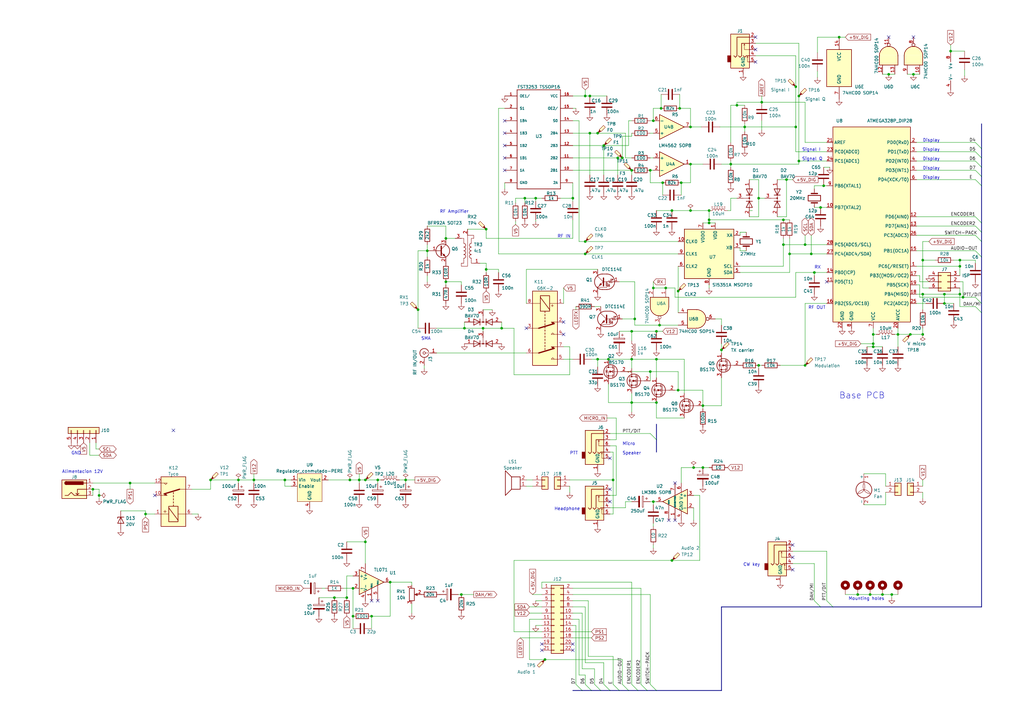
<source format=kicad_sch>
(kicad_sch (version 20211123) (generator eeschema)
  (paper "A3")
  (title_block (title "Software Defined Transceiver") (date "2022-05-21") (rev "1.0") (comment 1 "Pere López EA3AGK"))
  (junction (at 290.83 86.36))
  (junction (at 393.7 106.68))
  (junction (at 259.08 165.1))
  (junction (at 190.5 134.62))
  (junction (at 351.79 243.84))
  (junction (at 378.46 106.68))
  (junction (at 374.65 30.48))
  (junction (at 149.86 196.85))
  (junction (at 378.46 120.65))
  (junction (at 275.59 86.36))
  (junction (at 241.935 54.61))
  (junction (at 240.03 39.37))
  (junction (at 259.08 135.89))
  (junction (at 389.89 20.955))
  (junction (at 205.74 134.62))
  (junction (at 279.4 74.93))
  (junction (at 259.08 69.85))
  (junction (at 267.97 205.74))
  (junction (at 259.08 147.32))
  (junction (at 290.83 91.44))
  (junction (at 326.39 35.56))
  (junction (at 312.42 41.91))
  (junction (at 283.21 67.31))
  (junction (at 336.55 85.09))
  (junction (at 38.1 200.66))
  (junction (at 302.26 43.18))
  (junction (at 321.31 90.17))
  (junction (at 97.79 196.85))
  (junction (at 144.78 252.73))
  (junction (at 245.11 147.32))
  (junction (at 53.34 198.12))
  (junction (at 144.78 241.3))
  (junction (at 255.27 64.77))
  (junction (at 241.935 39.37))
  (junction (at 245.11 54.61))
  (junction (at 260.35 130.81))
  (junction (at 344.17 15.24))
  (junction (at 269.24 135.89))
  (junction (at 358.14 140.97))
  (junction (at 249.555 147.32))
  (junction (at 234.95 81.28))
  (junction (at 198.12 134.62))
  (junction (at 240.03 99.06))
  (junction (at 160.02 238.76))
  (junction (at 330.2 100.33))
  (junction (at 152.4 252.73))
  (junction (at 378.46 137.16))
  (junction (at 290.83 90.17))
  (junction (at 394.97 121.92))
  (junction (at 171.45 127))
  (junction (at 182.88 115.57))
  (junction (at 269.24 147.32))
  (junction (at 387.35 120.65))
  (junction (at 305.435 52.07))
  (junction (at 137.16 245.11))
  (junction (at 240.03 104.14))
  (junction (at 326.39 52.07))
  (junction (at 199.39 110.49))
  (junction (at 270.51 133.35))
  (junction (at 321.31 100.33))
  (junction (at 149.86 222.25))
  (junction (at 251.46 196.85))
  (junction (at 368.3 137.16))
  (junction (at 387.35 124.46))
  (junction (at 199.39 93.98))
  (junction (at 288.29 191.77))
  (junction (at 356.87 243.84))
  (junction (at 175.26 102.87))
  (junction (at 358.14 137.16))
  (junction (at 327.66 66.04))
  (junction (at 189.23 243.84))
  (junction (at 166.37 196.85))
  (junction (at 142.24 245.11))
  (junction (at 247.65 59.69))
  (junction (at 288.29 166.37))
  (junction (at 271.145 44.45))
  (junction (at 393.7 120.65))
  (junction (at 267.97 49.53))
  (junction (at 337.82 76.2))
  (junction (at 364.49 30.48))
  (junction (at 365.76 243.84))
  (junction (at 266.7 152.4))
  (junction (at 86.36 196.85))
  (junction (at 40.64 203.2))
  (junction (at 223.52 270.51))
  (junction (at 182.88 97.79))
  (junction (at 334.01 111.76))
  (junction (at 332.74 104.14))
  (junction (at 275.59 229.87))
  (junction (at 104.14 196.85))
  (junction (at 267.97 118.11))
  (junction (at 269.24 165.1))
  (junction (at 59.69 210.82))
  (junction (at 154.94 196.85))
  (junction (at 253.365 64.77))
  (junction (at 393.7 109.22))
  (junction (at 322.58 73.66))
  (junction (at 323.85 104.14))
  (junction (at 116.84 196.85))
  (junction (at 327.66 39.37))
  (junction (at 278.13 119.38))
  (junction (at 283.21 86.36))
  (junction (at 143.51 196.85))
  (junction (at 311.15 81.28))
  (junction (at 299.72 67.31))
  (junction (at 266.7 69.85))
  (junction (at 358.14 142.24))
  (junction (at 295.91 143.51))
  (junction (at 311.15 149.86))
  (junction (at 284.48 191.77))
  (junction (at 215.265 81.28))
  (junction (at 273.05 118.11))
  (junction (at 373.38 137.16))
  (junction (at 361.95 243.84))
  (junction (at 219.71 81.28))
  (junction (at 278.765 44.45))
  (junction (at 271.78 74.93))
  (junction (at 283.21 52.07))
  (junction (at 330.2 149.86))
  (junction (at 147.32 196.85))
  (junction (at 278.13 160.02))
  (no_connect (at 250.19 205.74))
  (no_connect (at 154.94 246.38))
  (no_connect (at 152.4 246.38))
  (no_connect (at 222.25 266.7))
  (no_connect (at 234.95 264.16))
  (no_connect (at 234.95 266.7))
  (no_connect (at 222.25 264.16))
  (no_connect (at 364.49 15.24))
  (no_connect (at 374.65 15.24))
  (no_connect (at 63.5 203.2))
  (no_connect (at 339.09 115.57))
  (no_connect (at 215.9 134.62))
  (no_connect (at 231.14 132.08))
  (no_connect (at 231.14 137.16))
  (no_connect (at 207.01 64.77))
  (no_connect (at 207.01 69.85))
  (no_connect (at 207.01 49.53))
  (no_connect (at 207.01 54.61))
  (no_connect (at 207.01 59.69))
  (no_connect (at 325.12 223.52))
  (no_connect (at 309.88 25.4))
  (no_connect (at 309.88 20.32))
  (no_connect (at 309.88 15.24))
  (no_connect (at 250.19 187.96))
  (no_connect (at 250.19 200.66))
  (no_connect (at 325.12 228.6))
  (no_connect (at 325.12 233.68))
  (no_connect (at 276.86 198.12))
  (no_connect (at 274.32 213.36))
  (no_connect (at 276.86 213.36))
  (no_connect (at 71.12 176.53))
  (bus_entry (at 236.22 280.67) (size 2.54 2.54))
  (bus_entry (at 400.05 96.52) (size 2.54 2.54))
  (bus_entry (at 400.05 102.87) (size 2.54 2.54))
  (bus_entry (at 400.05 66.04) (size 2.54 2.54))
  (bus_entry (at 400.05 69.85) (size 2.54 2.54))
  (bus_entry (at 400.05 73.66) (size 2.54 2.54))
  (bus_entry (at 400.05 88.9) (size 2.54 2.54))
  (bus_entry (at 400.05 92.71) (size 2.54 2.54))
  (bus_entry (at 243.84 280.67) (size 2.54 2.54))
  (bus_entry (at 240.03 280.67) (size 2.54 2.54))
  (bus_entry (at 255.27 280.67) (size 2.54 2.54))
  (bus_entry (at 259.08 280.67) (size 2.54 2.54))
  (bus_entry (at 262.89 280.67) (size 2.54 2.54))
  (bus_entry (at 266.7 280.67) (size 2.54 2.54))
  (bus_entry (at 247.65 280.67) (size 2.54 2.54))
  (bus_entry (at 251.46 280.67) (size 2.54 2.54))
  (bus_entry (at 266.7 177.8) (size 2.54 2.54))
  (bus_entry (at 400.05 121.92) (size 2.54 2.54))
  (bus_entry (at 400.05 58.42) (size 2.54 2.54))
  (bus_entry (at 400.05 62.23) (size 2.54 2.54))
  (bus_entry (at 400.05 125.73) (size 2.54 2.54))
  (bus_entry (at 334.01 246.38) (size 2.54 2.54))
  (bus_entry (at 339.09 246.38) (size 2.54 2.54))
  (wire (pts (xy 190.5 134.62) (xy 198.12 134.62)))
  (wire (pts (xy 104.14 196.85) (xy 104.14 198.12)))
  (wire (pts (xy 205.74 134.62) (xy 210.82 134.62)))
  (wire (pts (xy 255.27 130.81) (xy 260.35 130.81)))
  (wire (pts (xy 97.79 196.85) (xy 104.14 196.85)))
  (wire (pts (xy 290.83 191.77) (xy 288.29 191.77)))
  (wire (pts (xy 378.46 196.85) (xy 378.46 199.39)))
  (wire (pts (xy 287.02 229.87) (xy 287.02 203.2)))
  (bus (pts (xy 402.59 50.8) (xy 402.59 60.96)))
  (wire (pts (xy 307.34 88.9) (xy 311.15 88.9)))
  (wire (pts (xy 332.74 96.52) (xy 332.74 104.14)))
  (wire (pts (xy 273.05 118.11) (xy 276.86 118.11)))
  (wire (pts (xy 375.92 109.22) (xy 393.7 109.22)))
  (wire (pts (xy 278.13 160.02) (xy 288.29 160.02)))
  (wire (pts (xy 175.26 92.71) (xy 182.88 92.71)))
  (wire (pts (xy 378.46 106.68) (xy 378.46 118.11)))
  (wire (pts (xy 253.365 64.77) (xy 255.27 64.77)))
  (wire (pts (xy 210.82 153.67) (xy 233.68 153.67)))
  (wire (pts (xy 266.7 152.4) (xy 278.13 152.4)))
  (wire (pts (xy 278.765 38.735) (xy 278.765 44.45)))
  (wire (pts (xy 378.46 134.62) (xy 378.46 137.16)))
  (wire (pts (xy 266.7 205.74) (xy 267.97 205.74)))
  (wire (pts (xy 166.37 196.85) (xy 166.37 198.12)))
  (bus (pts (xy 265.43 283.21) (xy 269.24 283.21)))
  (wire (pts (xy 276.86 160.02) (xy 278.13 160.02)))
  (bus (pts (xy 269.24 180.34) (xy 269.24 185.42)))
  (wire (pts (xy 311.15 149.86) (xy 312.42 149.86)))
  (wire (pts (xy 237.49 276.86) (xy 237.49 254)))
  (wire (pts (xy 199.39 97.79) (xy 234.95 97.79)))
  (bus (pts (xy 402.59 91.44) (xy 402.59 95.25)))
  (bus (pts (xy 238.76 283.21) (xy 242.57 283.21)))
  (wire (pts (xy 400.05 107.95) (xy 400.05 106.68)))
  (wire (pts (xy 280.67 147.32) (xy 280.67 161.29)))
  (wire (pts (xy 355.6 142.24) (xy 358.14 142.24)))
  (wire (pts (xy 266.7 152.4) (xy 266.7 156.21)))
  (wire (pts (xy 365.76 243.84) (xy 368.3 243.84)))
  (wire (pts (xy 49.53 209.55) (xy 59.69 209.55)))
  (wire (pts (xy 327.66 66.04) (xy 339.09 66.04)))
  (wire (pts (xy 330.2 41.91) (xy 330.2 58.42)))
  (wire (pts (xy 259.08 54.61) (xy 259.08 55.88)))
  (wire (pts (xy 394.97 121.92) (xy 400.05 121.92)))
  (wire (pts (xy 346.71 15.24) (xy 344.17 15.24)))
  (wire (pts (xy 299.72 81.28) (xy 299.72 86.36)))
  (wire (pts (xy 290.83 91.44) (xy 293.37 91.44)))
  (wire (pts (xy 353.06 140.97) (xy 358.14 140.97)))
  (wire (pts (xy 233.68 196.85) (xy 251.46 196.85)))
  (wire (pts (xy 144.78 252.73) (xy 144.78 257.81)))
  (wire (pts (xy 199.39 110.49) (xy 204.47 110.49)))
  (bus (pts (xy 402.59 95.25) (xy 402.59 99.06)))
  (bus (pts (xy 402.59 124.46) (xy 402.59 128.27)))
  (wire (pts (xy 279.4 191.77) (xy 279.4 198.12)))
  (wire (pts (xy 326.39 121.92) (xy 276.86 121.92)))
  (wire (pts (xy 250.19 177.8) (xy 266.7 177.8)))
  (wire (pts (xy 40.64 203.2) (xy 40.64 204.47)))
  (wire (pts (xy 204.47 111.76) (xy 204.47 110.49)))
  (wire (pts (xy 204.47 104.14) (xy 240.03 104.14)))
  (wire (pts (xy 38.1 198.12) (xy 53.34 198.12)))
  (wire (pts (xy 234.95 44.45) (xy 236.22 44.45)))
  (wire (pts (xy 211.455 81.28) (xy 215.265 81.28)))
  (wire (pts (xy 321.31 97.79) (xy 321.31 100.33)))
  (wire (pts (xy 275.59 229.87) (xy 287.02 229.87)))
  (wire (pts (xy 293.37 130.81) (xy 295.91 130.81)))
  (wire (pts (xy 394.97 121.92) (xy 394.97 115.57)))
  (wire (pts (xy 170.18 196.85) (xy 166.37 196.85)))
  (wire (pts (xy 375.92 116.84) (xy 377.19 116.84)))
  (wire (pts (xy 266.7 69.85) (xy 267.97 69.85)))
  (wire (pts (xy 305.435 52.07) (xy 326.39 52.07)))
  (wire (pts (xy 257.175 152.4) (xy 266.7 152.4)))
  (wire (pts (xy 238.76 274.32) (xy 243.84 274.32)))
  (wire (pts (xy 59.69 209.55) (xy 59.69 210.82)))
  (wire (pts (xy 334.01 76.2) (xy 337.82 76.2)))
  (wire (pts (xy 250.19 185.42) (xy 251.46 185.42)))
  (wire (pts (xy 217.17 254) (xy 222.25 254)))
  (wire (pts (xy 217.17 270.51) (xy 217.17 254)))
  (wire (pts (xy 173.99 149.86) (xy 173.99 151.13)))
  (wire (pts (xy 78.74 210.82) (xy 81.28 210.82)))
  (bus (pts (xy 257.81 283.21) (xy 261.62 283.21)))
  (wire (pts (xy 116.84 199.39) (xy 116.84 196.85)))
  (wire (pts (xy 318.77 88.9) (xy 322.58 88.9)))
  (wire (pts (xy 378.46 118.11) (xy 381 118.11)))
  (wire (pts (xy 302.26 43.18) (xy 305.435 43.18)))
  (wire (pts (xy 278.13 152.4) (xy 278.13 160.02)))
  (wire (pts (xy 210.82 229.87) (xy 210.82 259.08)))
  (wire (pts (xy 140.97 241.3) (xy 144.78 241.3)))
  (wire (pts (xy 307.34 73.66) (xy 311.15 73.66)))
  (wire (pts (xy 152.4 252.73) (xy 160.02 252.73)))
  (wire (pts (xy 299.72 67.31) (xy 299.72 68.58)))
  (wire (pts (xy 330.2 149.86) (xy 330.2 124.46)))
  (wire (pts (xy 257.81 59.69) (xy 247.65 59.69)))
  (wire (pts (xy 149.86 222.25) (xy 149.86 231.14)))
  (wire (pts (xy 231.14 147.32) (xy 234.95 147.32)))
  (wire (pts (xy 361.95 30.48) (xy 364.49 30.48)))
  (wire (pts (xy 256.54 54.61) (xy 256.54 64.77)))
  (wire (pts (xy 198.12 134.62) (xy 198.12 135.89)))
  (wire (pts (xy 187.96 243.84) (xy 189.23 243.84)))
  (wire (pts (xy 288.29 91.44) (xy 290.83 91.44)))
  (wire (pts (xy 254 135.89) (xy 259.08 135.89)))
  (wire (pts (xy 299.72 67.31) (xy 327.66 67.31)))
  (wire (pts (xy 137.16 245.11) (xy 142.24 245.11)))
  (wire (pts (xy 283.21 86.36) (xy 290.83 86.36)))
  (wire (pts (xy 179.07 144.78) (xy 215.9 144.78)))
  (wire (pts (xy 160.02 238.76) (xy 160.02 252.73)))
  (wire (pts (xy 372.11 30.48) (xy 374.65 30.48)))
  (wire (pts (xy 267.97 115.57) (xy 267.97 118.11)))
  (wire (pts (xy 250.19 203.2) (xy 252.73 203.2)))
  (wire (pts (xy 267.97 205.74) (xy 269.24 205.74)))
  (wire (pts (xy 240.03 99.06) (xy 278.13 99.06)))
  (wire (pts (xy 363.22 207.01) (xy 363.22 201.93)))
  (wire (pts (xy 217.17 248.92) (xy 222.25 248.92)))
  (wire (pts (xy 326.39 111.76) (xy 334.01 111.76)))
  (wire (pts (xy 364.49 30.48) (xy 367.03 30.48)))
  (wire (pts (xy 269.24 147.32) (xy 269.24 154.94)))
  (wire (pts (xy 334.01 231.14) (xy 334.01 246.38)))
  (wire (pts (xy 234.95 243.84) (xy 266.7 243.84)))
  (wire (pts (xy 327.66 17.78) (xy 327.66 39.37)))
  (wire (pts (xy 326.39 52.07) (xy 326.39 62.23)))
  (wire (pts (xy 312.42 39.37) (xy 312.42 41.91)))
  (wire (pts (xy 97.79 196.85) (xy 97.79 198.12)))
  (wire (pts (xy 134.62 196.85) (xy 143.51 196.85)))
  (wire (pts (xy 373.38 137.16) (xy 378.46 137.16)))
  (wire (pts (xy 253.365 64.77) (xy 253.365 71.755)))
  (wire (pts (xy 245.11 54.61) (xy 256.54 54.61)))
  (wire (pts (xy 305.435 52.07) (xy 305.435 53.975)))
  (wire (pts (xy 378.46 120.65) (xy 378.46 127)))
  (wire (pts (xy 269.24 165.1) (xy 259.08 165.1)))
  (wire (pts (xy 327.66 67.31) (xy 327.66 66.04)))
  (wire (pts (xy 233.68 153.67) (xy 233.68 142.24)))
  (wire (pts (xy 245.11 147.32) (xy 249.555 147.32)))
  (wire (pts (xy 234.95 54.61) (xy 241.935 54.61)))
  (wire (pts (xy 59.69 210.82) (xy 59.69 212.09)))
  (wire (pts (xy 321.31 90.17) (xy 323.85 90.17)))
  (wire (pts (xy 321.31 100.33) (xy 330.2 100.33)))
  (wire (pts (xy 326.39 35.56) (xy 326.39 52.07)))
  (wire (pts (xy 322.58 73.66) (xy 325.12 73.66)))
  (wire (pts (xy 259.08 69.85) (xy 259.08 71.755)))
  (wire (pts (xy 290.83 90.17) (xy 321.31 90.17)))
  (wire (pts (xy 218.44 243.84) (xy 222.25 243.84)))
  (bus (pts (xy 341.63 248.92) (xy 402.59 248.92)))
  (bus (pts (xy 269.24 283.21) (xy 295.91 283.21)))
  (wire (pts (xy 237.49 49.53) (xy 234.95 49.53)))
  (wire (pts (xy 257.81 59.69) (xy 257.81 49.53)))
  (wire (pts (xy 257.81 49.53) (xy 259.08 49.53)))
  (wire (pts (xy 278.765 44.45) (xy 283.21 44.45)))
  (wire (pts (xy 63.5 210.82) (xy 59.69 210.82)))
  (wire (pts (xy 191.77 93.98) (xy 199.39 93.98)))
  (wire (pts (xy 351.79 243.84) (xy 356.87 243.84)))
  (wire (pts (xy 198.12 127) (xy 201.93 127)))
  (wire (pts (xy 309.88 17.78) (xy 327.66 17.78)))
  (wire (pts (xy 259.08 135.89) (xy 269.24 135.89)))
  (bus (pts (xy 341.63 248.92) (xy 336.55 248.92)))
  (wire (pts (xy 237.49 254) (xy 234.95 254)))
  (wire (pts (xy 237.49 99.06) (xy 240.03 99.06)))
  (wire (pts (xy 279.4 191.77) (xy 284.48 191.77)))
  (wire (pts (xy 171.45 127) (xy 171.45 102.87)))
  (wire (pts (xy 231.14 142.24) (xy 233.68 142.24)))
  (wire (pts (xy 171.45 134.62) (xy 171.45 127)))
  (wire (pts (xy 211.455 83.185) (xy 211.455 81.28)))
  (wire (pts (xy 189.23 243.84) (xy 194.31 243.84)))
  (bus (pts (xy 402.59 64.77) (xy 402.59 68.58)))
  (wire (pts (xy 311.15 81.28) (xy 313.69 81.28)))
  (wire (pts (xy 375.92 102.87) (xy 400.05 102.87)))
  (wire (pts (xy 358.14 142.24) (xy 361.95 142.24)))
  (wire (pts (xy 219.71 90.805) (xy 219.71 90.17)))
  (wire (pts (xy 251.46 280.67) (xy 251.46 269.24)))
  (wire (pts (xy 240.03 271.78) (xy 240.03 248.92)))
  (wire (pts (xy 210.82 153.67) (xy 210.82 134.62)))
  (wire (pts (xy 394.97 115.57) (xy 393.7 115.57)))
  (bus (pts (xy 402.59 128.27) (xy 402.59 248.92)))
  (wire (pts (xy 375.92 58.42) (xy 400.05 58.42)))
  (wire (pts (xy 279.4 74.93) (xy 283.21 74.93)))
  (wire (pts (xy 234.95 246.38) (xy 241.3 246.38)))
  (wire (pts (xy 302.26 41.91) (xy 302.26 43.18)))
  (wire (pts (xy 271.145 38.735) (xy 271.145 44.45)))
  (wire (pts (xy 199.39 93.98) (xy 199.39 97.79)))
  (wire (pts (xy 238.76 274.32) (xy 238.76 251.46)))
  (wire (pts (xy 236.22 256.54) (xy 234.95 256.54)))
  (wire (pts (xy 234.95 90.17) (xy 234.95 97.79)))
  (wire (pts (xy 241.3 269.24) (xy 251.46 269.24)))
  (wire (pts (xy 234.95 259.08) (xy 242.57 259.08)))
  (wire (pts (xy 375.92 92.71) (xy 400.05 92.71)))
  (wire (pts (xy 160.02 238.76) (xy 168.91 238.76)))
  (wire (pts (xy 204.47 104.14) (xy 204.47 44.45)))
  (wire (pts (xy 334.01 111.76) (xy 339.09 111.76)))
  (wire (pts (xy 231.14 124.46) (xy 231.14 118.11)))
  (wire (pts (xy 247.65 280.67) (xy 247.65 271.78)))
  (wire (pts (xy 175.26 102.87) (xy 175.26 105.41)))
  (wire (pts (xy 210.82 259.08) (xy 222.25 259.08)))
  (wire (pts (xy 266.7 64.77) (xy 267.97 64.77)))
  (wire (pts (xy 393.7 106.68) (xy 393.7 109.22)))
  (wire (pts (xy 311.15 73.66) (xy 311.15 81.28)))
  (wire (pts (xy 234.95 81.28) (xy 234.95 82.55)))
  (wire (pts (xy 240.03 271.78) (xy 247.65 271.78)))
  (wire (pts (xy 378.46 201.93) (xy 378.46 204.47)))
  (wire (pts (xy 39.37 181.61) (xy 39.37 184.15)))
  (wire (pts (xy 245.11 147.32) (xy 245.11 150.495)))
  (wire (pts (xy 182.88 115.57) (xy 189.23 115.57)))
  (wire (pts (xy 312.42 41.91) (xy 330.2 41.91)))
  (wire (pts (xy 375.92 88.9) (xy 400.05 88.9)))
  (wire (pts (xy 249.555 165.1) (xy 249.555 157.48)))
  (wire (pts (xy 39.37 184.15) (xy 40.64 184.15)))
  (wire (pts (xy 104.14 196.85) (xy 116.84 196.85)))
  (wire (pts (xy 189.23 116.84) (xy 189.23 115.57)))
  (wire (pts (xy 234.95 248.92) (xy 240.03 248.92)))
  (wire (pts (xy 266.7 280.67) (xy 266.7 243.84)))
  (wire (pts (xy 86.36 196.85) (xy 97.79 196.85)))
  (wire (pts (xy 255.27 55.88) (xy 259.08 55.88)))
  (wire (pts (xy 241.3 269.24) (xy 241.3 246.38)))
  (wire (pts (xy 149.86 220.98) (xy 149.86 222.25)))
  (wire (pts (xy 290.83 116.84) (xy 290.83 118.11)))
  (wire (pts (xy 213.36 261.62) (xy 222.25 261.62)))
  (wire (pts (xy 375.92 73.66) (xy 400.05 73.66)))
  (wire (pts (xy 241.935 54.61) (xy 245.11 54.61)))
  (wire (pts (xy 327.66 39.37) (xy 327.66 66.04)))
  (wire (pts (xy 367.03 137.16) (xy 368.3 137.16)))
  (bus (pts (xy 402.59 105.41) (xy 402.59 124.46)))
  (wire (pts (xy 389.89 20.955) (xy 389.89 21.59)))
  (wire (pts (xy 284.48 203.2) (xy 287.02 203.2)))
  (wire (pts (xy 283.21 44.45) (xy 283.21 52.07)))
  (wire (pts (xy 266.7 49.53) (xy 267.97 49.53)))
  (wire (pts (xy 259.08 135.89) (xy 259.08 139.7)))
  (wire (pts (xy 215.9 196.85) (xy 218.44 196.85)))
  (wire (pts (xy 196.85 107.95) (xy 199.39 107.95)))
  (wire (pts (xy 250.19 182.88) (xy 252.73 182.88)))
  (wire (pts (xy 288.29 166.37) (xy 288.29 167.64)))
  (wire (pts (xy 215.265 81.28) (xy 219.71 81.28)))
  (wire (pts (xy 334.01 111.76) (xy 334.01 113.03)))
  (wire (pts (xy 330.2 96.52) (xy 330.2 100.33)))
  (wire (pts (xy 211.455 92.075) (xy 211.455 90.805)))
  (wire (pts (xy 175.26 113.03) (xy 175.26 115.57)))
  (wire (pts (xy 318.77 73.66) (xy 322.58 73.66)))
  (bus (pts (xy 402.59 68.58) (xy 402.59 72.39)))
  (wire (pts (xy 389.89 18.415) (xy 389.89 20.955)))
  (wire (pts (xy 335.28 15.24) (xy 344.17 15.24)))
  (bus (pts (xy 234.95 283.21) (xy 238.76 283.21)))
  (wire (pts (xy 326.39 62.23) (xy 339.09 62.23)))
  (wire (pts (xy 222.25 241.3) (xy 222.25 238.76)))
  (wire (pts (xy 267.97 44.45) (xy 267.97 49.53)))
  (wire (pts (xy 241.935 54.61) (xy 241.935 71.755)))
  (wire (pts (xy 295.91 140.97) (xy 295.91 143.51)))
  (bus (pts (xy 254 283.21) (xy 257.81 283.21)))
  (wire (pts (xy 38.1 200.66) (xy 38.1 203.2)))
  (wire (pts (xy 298.45 86.36) (xy 299.72 86.36)))
  (wire (pts (xy 290.83 86.36) (xy 290.83 90.17)))
  (wire (pts (xy 251.46 196.85) (xy 251.46 210.82)))
  (wire (pts (xy 182.88 115.57) (xy 182.88 116.84)))
  (wire (pts (xy 312.42 53.34) (xy 312.42 49.53)))
  (wire (pts (xy 219.71 256.54) (xy 222.25 256.54)))
  (wire (pts (xy 168.91 251.46) (xy 168.91 247.65)))
  (wire (pts (xy 375.92 96.52) (xy 400.05 96.52)))
  (wire (pts (xy 233.68 199.39) (xy 233.68 201.93)))
  (bus (pts (xy 261.62 283.21) (xy 265.43 283.21)))
  (wire (pts (xy 259.08 165.1) (xy 249.555 165.1)))
  (wire (pts (xy 306.07 102.87) (xy 303.53 102.87)))
  (wire (pts (xy 234.95 74.93) (xy 234.95 81.28)))
  (wire (pts (xy 144.78 241.3) (xy 144.78 252.73)))
  (wire (pts (xy 251.46 185.42) (xy 251.46 196.85)))
  (wire (pts (xy 378.46 120.65) (xy 387.35 120.65)))
  (wire (pts (xy 323.85 104.14) (xy 332.74 104.14)))
  (wire (pts (xy 375.92 62.23) (xy 400.05 62.23)))
  (wire (pts (xy 303.53 95.25) (xy 303.53 96.52)))
  (wire (pts (xy 375.92 69.85) (xy 400.05 69.85)))
  (wire (pts (xy 175.26 100.33) (xy 175.26 102.87)))
  (wire (pts (xy 190.5 132.08) (xy 190.5 134.62)))
  (wire (pts (xy 240.03 104.14) (xy 278.13 104.14)))
  (wire (pts (xy 215.9 110.49) (xy 215.9 124.46)))
  (wire (pts (xy 303.53 101.6) (xy 303.53 102.87)))
  (wire (pts (xy 130.81 245.11) (xy 137.16 245.11)))
  (wire (pts (xy 267.97 214.63) (xy 267.97 215.9)))
  (wire (pts (xy 205.74 132.08) (xy 205.74 134.62)))
  (wire (pts (xy 247.65 59.69) (xy 247.65 71.755)))
  (wire (pts (xy 288.29 166.37) (xy 295.91 166.37)))
  (wire (pts (xy 290.83 90.17) (xy 290.83 91.44)))
  (wire (pts (xy 269.24 135.89) (xy 271.78 135.89)))
  (wire (pts (xy 247.65 59.69) (xy 234.95 59.69)))
  (wire (pts (xy 260.35 130.81) (xy 260.35 133.35)))
  (wire (pts (xy 322.58 88.9) (xy 322.58 73.66)))
  (wire (pts (xy 215.265 81.28) (xy 215.265 83.185)))
  (bus (pts (xy 402.59 76.2) (xy 402.59 91.44)))
  (bus (pts (xy 242.57 283.21) (xy 246.38 283.21)))
  (wire (pts (xy 336.55 85.09) (xy 339.09 85.09)))
  (wire (pts (xy 222.25 238.76) (xy 259.08 238.76)))
  (wire (pts (xy 271.145 44.45) (xy 267.97 44.45)))
  (wire (pts (xy 269.24 147.32) (xy 280.67 147.32)))
  (wire (pts (xy 335.28 21.59) (xy 335.28 15.24)))
  (wire (pts (xy 147.32 196.85) (xy 149.86 196.85)))
  (wire (pts (xy 36.83 181.61) (xy 36.83 186.69)))
  (wire (pts (xy 278.13 109.22) (xy 278.13 119.38)))
  (wire (pts (xy 393.7 120.65) (xy 393.7 118.11)))
  (wire (pts (xy 368.3 137.16) (xy 373.38 137.16)))
  (wire (pts (xy 365.76 245.11) (xy 365.76 243.84)))
  (wire (pts (xy 269.24 171.45) (xy 269.24 165.1)))
  (wire (pts (xy 302.26 41.91) (xy 312.42 41.91)))
  (wire (pts (xy 283.21 67.31) (xy 288.29 67.31)))
  (wire (pts (xy 400.05 125.73) (xy 393.7 125.73)))
  (wire (pts (xy 259.08 147.32) (xy 269.24 147.32)))
  (wire (pts (xy 387.35 124.46) (xy 391.16 124.46)))
  (wire (pts (xy 332.74 104.14) (xy 339.09 104.14)))
  (wire (pts (xy 326.39 22.86) (xy 326.39 35.56)))
  (wire (pts (xy 337.82 68.58) (xy 340.36 68.58)))
  (wire (pts (xy 311.15 149.86) (xy 311.15 151.13)))
  (wire (pts (xy 255.27 64.77) (xy 255.27 55.88)))
  (wire (pts (xy 154.94 196.85) (xy 154.94 198.12)))
  (wire (pts (xy 207.01 77.47) (xy 207.01 74.93)))
  (wire (pts (xy 36.83 186.69) (xy 40.64 186.69)))
  (wire (pts (xy 260.35 133.35) (xy 270.51 133.35)))
  (wire (pts (xy 381 99.06) (xy 378.46 99.06)))
  (wire (pts (xy 234.95 261.62) (xy 242.57 261.62)))
  (wire (pts (xy 243.84 125.73) (xy 246.38 125.73)))
  (wire (pts (xy 375.92 120.65) (xy 378.46 120.65)))
  (wire (pts (xy 132.08 241.3) (xy 133.35 241.3)))
  (wire (pts (xy 323.85 111.76) (xy 323.85 104.14)))
  (wire (pts (xy 237.49 99.06) (xy 237.49 49.53)))
  (wire (pts (xy 259.08 280.67) (xy 259.08 238.76)))
  (wire (pts (xy 284.48 191.77) (xy 288.29 191.77)))
  (wire (pts (xy 320.04 149.86) (xy 330.2 149.86)))
  (wire (pts (xy 238.76 251.46) (xy 234.95 251.46)))
  (wire (pts (xy 307.34 86.36) (xy 308.61 86.36)))
  (wire (pts (xy 210.82 229.87) (xy 275.59 229.87)))
  (wire (pts (xy 330.2 124.46) (xy 339.09 124.46)))
  (wire (pts (xy 302.26 81.28) (xy 299.72 81.28)))
  (wire (pts (xy 143.51 196.85) (xy 147.32 196.85)))
  (wire (pts (xy 266.7 69.85) (xy 266.7 74.93)))
  (wire (pts (xy 393.7 120.65) (xy 393.7 125.73)))
  (wire (pts (xy 269.24 86.36) (xy 275.59 86.36)))
  (wire (pts (xy 40.64 200.66) (xy 40.64 203.2)))
  (wire (pts (xy 358.14 140.97) (xy 358.14 142.24)))
  (wire (pts (xy 387.35 120.65) (xy 387.35 124.46)))
  (wire (pts (xy 391.16 106.68) (xy 393.7 106.68)))
  (wire (pts (xy 346.71 243.84) (xy 351.79 243.84)))
  (wire (pts (xy 378.46 106.68) (xy 383.54 106.68)))
  (wire (pts (xy 334.01 77.47) (xy 334.01 76.2)))
  (wire (pts (xy 166.37 196.85) (xy 163.83 196.85)))
  (wire (pts (xy 295.91 130.81) (xy 295.91 133.35)))
  (wire (pts (xy 53.34 198.12) (xy 63.5 198.12)))
  (wire (pts (xy 267.97 223.52) (xy 267.97 224.79)))
  (wire (pts (xy 152.4 252.73) (xy 152.4 257.81)))
  (wire (pts (xy 245.11 110.49) (xy 215.9 110.49)))
  (wire (pts (xy 303.53 111.76) (xy 323.85 111.76)))
  (wire (pts (xy 219.71 81.28) (xy 222.25 81.28)))
  (wire (pts (xy 259.08 147.32) (xy 259.08 151.13)))
  (wire (pts (xy 321.31 109.22) (xy 321.31 100.33)))
  (wire (pts (xy 377.19 113.03) (xy 377.19 115.57)))
  (wire (pts (xy 217.17 251.46) (xy 222.25 251.46)))
  (wire (pts (xy 299.72 66.04) (xy 299.72 67.31)))
  (wire (pts (xy 104.14 194.31) (xy 104.14 196.85)))
  (wire (pts (xy 267.97 118.11) (xy 273.05 118.11)))
  (wire (pts (xy 335.28 31.75) (xy 335.28 29.21)))
  (wire (pts (xy 295.91 154.94) (xy 295.91 166.37)))
  (wire (pts (xy 361.95 243.84) (xy 365.76 243.84)))
  (wire (pts (xy 269.24 171.45) (xy 280.67 171.45)))
  (bus (pts (xy 402.59 72.39) (xy 402.59 76.2)))
  (wire (pts (xy 260.35 115.57) (xy 260.35 130.81)))
  (wire (pts (xy 259.08 161.29) (xy 259.08 165.1)))
  (wire (pts (xy 142.24 245.11) (xy 142.24 236.22)))
  (wire (pts (xy 283.21 67.31) (xy 283.21 74.93)))
  (wire (pts (xy 267.97 54.61) (xy 266.7 54.61)))
  (wire (pts (xy 171.45 102.87) (xy 175.26 102.87)))
  (wire (pts (xy 295.91 67.31) (xy 299.72 67.31)))
  (wire (pts (xy 309.88 22.86) (xy 326.39 22.86)))
  (wire (pts (xy 240.03 280.67) (xy 240.03 276.86)))
  (wire (pts (xy 393.7 109.22) (xy 393.7 113.03)))
  (wire (pts (xy 377.19 116.84) (xy 377.19 121.92)))
  (wire (pts (xy 262.89 241.3) (xy 262.89 280.67)))
  (wire (pts (xy 305.435 50.8) (xy 305.435 52.07)))
  (wire (pts (xy 275.59 86.36) (xy 283.21 86.36)))
  (wire (pts (xy 234.95 64.77) (xy 253.365 64.77)))
  (wire (pts (xy 368.3 137.16) (xy 368.3 134.62)))
  (wire (pts (xy 330.2 58.42) (xy 339.09 58.42)))
  (wire (pts (xy 119.38 199.39) (xy 116.84 199.39)))
  (wire (pts (xy 295.275 52.07) (xy 305.435 52.07)))
  (wire (pts (xy 306.07 95.25) (xy 303.53 95.25)))
  (wire (pts (xy 389.89 20.955) (xy 395.605 20.955)))
  (wire (pts (xy 325.12 231.14) (xy 334.01 231.14)))
  (wire (pts (xy 234.95 241.3) (xy 262.89 241.3)))
  (wire (pts (xy 234.95 39.37) (xy 240.03 39.37)))
  (wire (pts (xy 266.7 74.93) (xy 271.78 74.93)))
  (wire (pts (xy 256.54 205.74) (xy 256.54 208.28)))
  (wire (pts (xy 252.73 203.2) (xy 252.73 182.88)))
  (wire (pts (xy 323.85 97.79) (xy 323.85 104.14)))
  (wire (pts (xy 142.24 236.22) (xy 144.78 236.22)))
  (wire (pts (xy 259.08 168.91) (xy 259.08 165.1)))
  (wire (pts (xy 299.72 43.18) (xy 302.26 43.18)))
  (wire (pts (xy 377.19 115.57) (xy 381 115.57)))
  (wire (pts (xy 284.48 208.28) (xy 284.48 213.36)))
  (wire (pts (xy 387.35 120.65) (xy 393.7 120.65)))
  (wire (pts (xy 337.82 76.2) (xy 339.09 76.2)))
  (wire (pts (xy 283.21 52.07) (xy 287.655 52.07)))
  (bus (pts (xy 402.59 99.06) (xy 402.59 105.41)))
  (wire (pts (xy 303.53 109.22) (xy 321.31 109.22)))
  (bus (pts (xy 295.91 248.92) (xy 295.91 283.21)))
  (wire (pts (xy 299.72 58.42) (xy 299.72 43.18)))
  (wire (pts (xy 356.87 243.84) (xy 361.95 243.84)))
  (wire (pts (xy 311.15 81.28) (xy 311.15 88.9)))
  (wire (pts (xy 271.78 74.93) (xy 271.78 80.01)))
  (wire (pts (xy 223.52 270.51) (xy 217.17 270.51)))
  (wire (pts (xy 288.29 160.02) (xy 288.29 166.37)))
  (wire (pts (xy 358.14 137.16) (xy 358.14 140.97)))
  (wire (pts (xy 219.71 246.38) (xy 222.25 246.38)))
  (bus (pts (xy 295.91 248.92) (xy 336.55 248.92)))
  (wire (pts (xy 149.86 222.25) (xy 142.24 222.25)))
  (wire (pts (xy 375.92 113.03) (xy 377.19 113.03)))
  (bus (pts (xy 402.59 60.96) (xy 402.59 64.77)))
  (wire (pts (xy 241.935 39.37) (xy 248.92 39.37)))
  (wire (pts (xy 326.39 111.76) (xy 326.39 121.92)))
  (wire (pts (xy 149.86 196.85) (xy 154.94 196.85)))
  (wire (pts (xy 395.605 31.115) (xy 395.605 28.575)))
  (wire (pts (xy 368.3 137.16) (xy 368.3 142.24)))
  (wire (pts (xy 147.32 194.31) (xy 147.32 196.85)))
  (wire (pts (xy 154.94 196.85) (xy 156.21 196.85)))
  (wire (pts (xy 358.14 134.62) (xy 358.14 137.16)))
  (wire (pts (xy 40.64 200.66) (xy 38.1 200.66)))
  (wire (pts (xy 378.46 99.06) (xy 378.46 106.68)))
  (wire (pts (xy 256.54 64.77) (xy 259.08 64.77)))
  (wire (pts (xy 250.19 210.82) (xy 251.46 210.82)))
  (wire (pts (xy 377.19 121.92) (xy 394.97 121.92)))
  (wire (pts (xy 229.87 81.28) (xy 234.95 81.28)))
  (wire (pts (xy 179.07 134.62) (xy 190.5 134.62)))
  (wire (pts (xy 237.49 276.86) (xy 240.03 276.86)))
  (wire (pts (xy 339.09 226.06) (xy 339.09 246.38)))
  (wire (pts (xy 116.84 196.85) (xy 119.38 196.85)))
  (bus (pts (xy 269.24 173.99) (xy 269.24 180.34)))
  (bus (pts (xy 250.19 283.21) (xy 254 283.21)))
  (wire (pts (xy 252.73 180.34) (xy 252.73 171.45)))
  (wire (pts (xy 279.4 74.93) (xy 279.4 80.01)))
  (wire (pts (xy 330.2 100.33) (xy 339.09 100.33)))
  (wire (pts (xy 278.13 119.38) (xy 278.13 128.27)))
  (wire (pts (xy 199.39 107.95) (xy 199.39 110.49)))
  (wire (pts (xy 250.19 180.34) (xy 252.73 180.34)))
  (wire (pts (xy 215.9 199.39) (xy 218.44 199.39)))
  (wire (pts (xy 375.92 124.46) (xy 379.73 124.46)))
  (wire (pts (xy 249.555 147.32) (xy 259.08 147.32)))
  (wire (pts (xy 199.39 110.49) (xy 199.39 111.76)))
  (wire (pts (xy 267.97 207.01) (xy 267.97 205.74)))
  (bus (pts (xy 246.38 283.21) (xy 250.19 283.21)))
  (wire (pts (xy 182.88 97.79) (xy 186.69 97.79)))
  (wire (pts (xy 168.91 240.03) (xy 168.91 238.76)))
  (wire (pts (xy 276.86 118.11) (xy 276.86 121.92)))
  (wire (pts (xy 393.7 106.68) (xy 400.05 106.68)))
  (wire (pts (xy 255.27 270.51) (xy 223.52 270.51)))
  (wire (pts (xy 325.12 226.06) (xy 339.09 226.06)))
  (wire (pts (xy 250.19 208.28) (xy 256.54 208.28)))
  (wire (pts (xy 243.84 280.67) (xy 243.84 274.32)))
  (wire (pts (xy 256.54 205.74) (xy 259.08 205.74)))
  (wire (pts (xy 234.95 69.85) (xy 259.08 69.85)))
  (wire (pts (xy 240.03 36.83) (xy 240.03 39.37)))
  (wire (pts (xy 374.65 30.48) (xy 377.19 30.48)))
  (wire (pts (xy 254 115.57) (xy 260.35 115.57)))
  (wire (pts (xy 198.12 134.62) (xy 205.74 134.62)))
  (wire (pts (xy 219.71 81.28) (xy 219.71 82.55)))
  (wire (pts (xy 354.33 194.31) (xy 363.22 194.31)))
  (wire (pts (xy 363.22 194.31) (xy 363.22 199.39)))
  (wire (pts (xy 242.57 147.32) (xy 245.11 147.32)))
  (wire (pts (xy 248.92 171.45) (xy 252.73 171.45)))
  (wire (pts (xy 53.34 198.12) (xy 53.34 200.66)))
  (wire (pts (xy 236.22 127) (xy 236.22 125.73)))
  (wire (pts (xy 295.91 143.51) (xy 295.91 144.78)))
  (wire (pts (xy 240.03 39.37) (xy 241.935 39.37)))
  (wire (pts (xy 182.88 92.71) (xy 182.88 97.79)))
  (wire (pts (xy 86.36 200.66) (xy 86.36 196.85)))
  (wire (pts (xy 270.51 133.35) (xy 278.13 133.35)))
  (wire (pts (xy 334.01 85.09) (xy 336.55 85.09)))
  (wire (pts (xy 375.92 66.04) (xy 400.05 66.04)))
  (wire (pts (xy 78.74 200.66) (xy 86.36 200.66)))
  (wire (pts (xy 354.33 207.01) (xy 363.22 207.01)))
  (wire (pts (xy 255.27 280.67) (xy 255.27 270.51)))
  (wire (pts (xy 358.14 137.16) (xy 359.41 137.16)))
  (wire (pts (xy 236.22 256.54) (xy 236.22 280.67)))
  (wire (pts (xy 147.32 196.85) (xy 147.32 198.12)))
  (wire (pts (xy 204.47 44.45) (xy 207.01 44.45)))
  (text "Alimentacion 12V" (at 25.4 194.31 0) (effects (font (size 1.27 1.27)) (justify left bottom)))
  (text "Display\n" (at 378.46 69.85 0) (effects (font (size 1.27 1.27)) (justify left bottom)))
  (text "Base PCB\n" (at 344.17 163.83 0) (effects (font (size 2.54 2.54)) (justify left bottom)))
  (text "Speaker\n" (at 255.27 186.69 0) (effects (font (size 1.27 1.27)) (justify left bottom)))
  (text "Display\n" (at 378.46 62.23 0) (effects (font (size 1.27 1.27)) (justify left bottom)))
  (text "SMA" (at 172.72 139.7 0) (effects (font (size 1.27 1.27)) (justify left bottom)))
  (text "PTT" (at 233.68 186.69 0) (effects (font (size 1.27 1.27)) (justify left bottom)))
  (text "Display\n" (at 378.46 58.42 0) (effects (font (size 1.27 1.27)) (justify left bottom)))
  (text "RF Amplifier" (at 180.34 87.63 0) (effects (font (size 1.27 1.27)) (justify left bottom)))
  (text "RX" (at 334.01 110.49 0) (effects (font (size 1.27 1.27)) (justify left bottom)))
  (text "Headphone" (at 227.33 209.55 0) (effects (font (size 1.27 1.27)) (justify left bottom)))
  (text "Micro" (at 255.27 182.88 0) (effects (font (size 1.27 1.27)) (justify left bottom)))
  (text "Signal Q" (at 328.93 66.04 0) (effects (font (size 1.27 1.27)) (justify left bottom)))
  (text "GND\n" (at 29.21 186.69 0) (effects (font (size 1.27 1.27)) (justify left bottom)))
  (text "Display\n" (at 378.46 66.04 0) (effects (font (size 1.27 1.27)) (justify left bottom)))
  (text "Signal I\n" (at 328.93 62.23 0) (effects (font (size 1.27 1.27)) (justify left bottom)))
  (text "Display\n" (at 378.46 73.66 0) (effects (font (size 1.27 1.27)) (justify left bottom)))
  (text "CW key" (at 304.8 232.41 0) (effects (font (size 1.27 1.27)) (justify left bottom)))
  (text "Mounting holes" (at 347.98 246.38 0) (effects (font (size 1.27 1.27)) (justify left bottom)))
  (text "RF OUT\n" (at 331.47 127 0) (effects (font (size 1.27 1.27)) (justify left bottom)))
  (text "RF IN" (at 228.6 97.79 0) (effects (font (size 1.27 1.27)) (justify left bottom)))
  (label "SWITCH-PACK" (at 266.7 280.67 90))
  (label "D6" (at 240.03 280.67 90))
  (label "D5" (at 397.51 62.23 0))
  (label "D5" (at 243.84 280.67 90))
  (label "AUDIO-OUT" (at 389.89 102.87 0))
  (label "PTT{slash}DIT" (at 339.09 246.38 90))
  (label "ENCODER1" (at 389.89 88.9 0))
  (label "DAH{slash}MI" (at 394.97 125.73 0))
  (label "AUDIO-OUT" (at 255.27 280.67 90))
  (label "D6" (at 397.51 66.04 0))
  (label "PTT{slash}DIT" (at 255.27 177.8 0))
  (label "E" (at 397.51 73.66 0))
  (label "D4" (at 397.51 58.42 0))
  (label "PTT{slash}DIT" (at 394.97 121.92 0))
  (label "D7" (at 236.22 280.67 90))
  (label "ENCODER2" (at 389.89 92.71 0))
  (label "ENCODER1" (at 259.08 280.67 90))
  (label "SWITCH-PACK" (at 387.35 96.52 0))
  (label "ENCODER2" (at 262.89 280.67 90))
  (label "E" (at 251.46 280.67 90))
  (label "DAH{slash}MI" (at 334.01 246.38 90))
  (label "D7" (at 397.51 69.85 0))
  (label "D4" (at 247.65 280.67 90))
  (global_label "+5V_DIG" (shape output) (at 170.18 196.85 0) (property "Referencias entre hojas" "${INTERSHEET_REFS}" (effects hide)))
  (global_label "+5V_DIG" (shape input) (at 381 99.06 0) (property "Referencias entre hojas" "${INTERSHEET_REFS}" (effects hide)))
  (global_label "MICRO_IN" (shape output) (at 248.92 171.45 180) (property "Referencias entre hojas" "${INTERSHEET_REFS}" (effects hide)))
  (global_label "V5" (shape input) (at 199.39 119.38 270) (property "Referencias entre hojas" "${INTERSHEET_REFS}" (effects hide)))
  (global_label "V5" (shape input) (at 231.14 118.11 0) (property "Referencias entre hojas" "${INTERSHEET_REFS}" (effects hide)))
  (global_label "SDA" (shape input) (at 217.17 248.92 180) (property "Referencias entre hojas" "${INTERSHEET_REFS}" (effects hide)))
  (global_label "V12" (shape input) (at 378.46 196.85 90) (property "Referencias entre hojas" "${INTERSHEET_REFS}" (effects hide)))
  (global_label "MICRO_IN" (shape input) (at 124.46 241.3 180) (property "Referencias entre hojas" "${INTERSHEET_REFS}" (effects hide)))
  (global_label "V12" (shape output) (at 104.14 194.31 90) (property "Referencias entre hojas" "${INTERSHEET_REFS}" (effects hide)))
  (global_label "SDA" (shape bidirectional) (at 40.64 186.69 0) (property "Referencias entre hojas" "${INTERSHEET_REFS}" (effects hide)))
  (global_label "PS1" (shape input) (at 242.57 259.08 0) (property "Referencias entre hojas" "${INTERSHEET_REFS}" (effects hide)))
  (global_label "V5" (shape input) (at 149.86 220.98 90) (property "Referencias entre hojas" "${INTERSHEET_REFS}" (effects hide)))
  (global_label "PS2" (shape input) (at 59.69 212.09 270) (property "Referencias entre hojas" "${INTERSHEET_REFS}" (effects hide)))
  (global_label "RX" (shape input) (at 267.97 115.57 0) (property "Referencias entre hojas" "${INTERSHEET_REFS}" (effects hide)))
  (global_label "DAH{slash}MI" (shape output) (at 194.31 243.84 0) (property "Referencias entre hojas" "${INTERSHEET_REFS}" (effects hide)))
  (global_label "V5" (shape input) (at 142.24 252.73 270) (property "Referencias entre hojas" "${INTERSHEET_REFS}" (effects hide)))
  (global_label "V12" (shape input) (at 217.17 251.46 180) (property "Referencias entre hojas" "${INTERSHEET_REFS}" (effects hide)))
  (global_label "+5V_DIG" (shape input) (at 218.44 243.84 90) (property "Referencias entre hojas" "${INTERSHEET_REFS}" (effects hide)))
  (global_label "V5" (shape input) (at 211.455 92.075 270) (property "Referencias entre hojas" "${INTERSHEET_REFS}" (effects hide)))
  (global_label "AREF" (shape output) (at 312.42 39.37 90) (property "Referencias entre hojas" "${INTERSHEET_REFS}" (effects hide)))
  (global_label "LEDTX" (shape input) (at 213.36 261.62 270) (property "Referencias entre hojas" "${INTERSHEET_REFS}" (effects hide)))
  (global_label "V12" (shape input) (at 389.89 18.415 90) (property "Referencias entre hojas" "${INTERSHEET_REFS}" (effects hide)))
  (global_label "SDA" (shape bidirectional) (at 332.74 96.52 90) (property "Referencias entre hojas" "${INTERSHEET_REFS}" (effects hide)))
  (global_label "+5V_DIG" (shape input) (at 346.71 15.24 0) (property "Referencias entre hojas" "${INTERSHEET_REFS}" (effects hide)))
  (global_label "V5" (shape input) (at 34.29 181.61 270) (property "Referencias entre hojas" "${INTERSHEET_REFS}" (effects hide)))
  (global_label "V12" (shape input) (at 298.45 191.77 0) (property "Referencias entre hojas" "${INTERSHEET_REFS}" (effects hide)))
  (global_label "V5" (shape output) (at 147.32 194.31 90) (property "Referencias entre hojas" "${INTERSHEET_REFS}" (effects hide)))
  (global_label "V12" (shape input) (at 271.78 135.89 0) (property "Referencias entre hojas" "${INTERSHEET_REFS}" (effects hide)))
  (global_label "SCL" (shape bidirectional) (at 40.64 184.15 0) (property "Referencias entre hojas" "${INTERSHEET_REFS}" (effects hide)))
  (global_label "LEDTX" (shape output) (at 236.22 127 270) (property "Referencias entre hojas" "${INTERSHEET_REFS}" (effects hide)))
  (global_label "+5V_DIG" (shape input) (at 325.12 73.66 0) (property "Referencias entre hojas" "${INTERSHEET_REFS}" (effects hide)))
  (global_label "PS1" (shape output) (at 53.34 200.66 270) (property "Referencias entre hojas" "${INTERSHEET_REFS}" (effects hide)))
  (global_label "V5" (shape input) (at 240.03 36.83 90) (property "Referencias entre hojas" "${INTERSHEET_REFS}" (effects hide)))
  (global_label "PS2" (shape input) (at 242.57 261.62 0) (property "Referencias entre hojas" "${INTERSHEET_REFS}" (effects hide)))
  (global_label "SCL" (shape bidirectional) (at 330.2 96.52 90) (property "Referencias entre hojas" "${INTERSHEET_REFS}" (effects hide)))
  (global_label "+5V_DIG" (shape input) (at 353.06 140.97 180) (property "Referencias entre hojas" "${INTERSHEET_REFS}" (effects hide)))
  (symbol (lib_id "power:GND") (at 391.16 132.08 0) (unit 1)
    (property "Reference" "#PWR079" (effects hide))
    (property "Value" "GND" (effects hide))
  )
  (symbol (lib_id "Device:C") (at 368.3 146.05 180) (unit 1)
    (property "Reference" "C37" (at 364.49 144.145 0) (effects (justify right)))
    (property "Value" "100n" (at 363.22 148.59 0) (effects (justify right)))
    (property "Footprint" "Capacitor_SMD:C_0805_2012Metric" (effects hide))
  )
  (symbol (lib_id "power:GND") (at 305.435 61.595 0) (unit 1)
    (property "Reference" "#PWR048" (effects hide))
    (property "Value" "GND" (effects hide))
  )
  (symbol (lib_id "power:PWR_FLAG") (at 283.21 86.36 0) (unit 1)
    (property "Reference" "#FLG0109" (effects hide))
    (property "Value" "PWR_FLAG" (effects hide))
  )
  (symbol (lib_id "power:GND") (at 201.93 127 0) (unit 1)
    (property "Reference" "#PWR084" (effects hide))
    (property "Value" "GND" (effects hide))
  )
  (symbol (lib_id "Connector:TestPoint_Probe") (at 326.39 35.56 0) (mirror y) (unit 1)
    (property "Reference" "TP15" (at 322.58 33.1378 0) (effects (justify left)))
    (property "Value" "Signal I" (at 323.85 36.83 0) (effects (justify left)))
    (property "Footprint" "TestPoint:TestPoint_Pad_D1.5mm" (effects hide))
  )
  (symbol (lib_id "Transistor_FET:BS170") (at 261.62 156.21 0) (mirror y) (unit 1)
    (property "Reference" "Q3" (at 256.4131 155.3753 0) (effects (justify left)))
    (property "Value" "BS170" (at 256.4131 157.9122 0) (effects (justify left)))
    (property "Footprint" "Package_TO_SOT_THT:TO-92_Inline" (effects hide))
    (property "Datasheet" "https://www.onsemi.com/pub/Collateral/BS170-D.PDF" (effects hide))
  )
  (symbol (lib_id "Device:C_Polarized") (at 130.81 248.92 0) (mirror y) (unit 1)
    (property "Reference" "C5" (at 127 248.92 90))
    (property "Value" "10uF" (at 127 251.46 0))
    (property "Footprint" "Capacitor_SMD:C_Elec_5x5.4" (effects hide))
  )
  (symbol (lib_id "Transistor_FET:BS170") (at 252.095 152.4 0) (mirror y) (unit 1)
    (property "Reference" "Q2" (at 252.095 146.05 0) (effects (justify left)))
    (property "Value" "BS170" (at 255.905 148.59 0) (effects (justify left)))
    (property "Footprint" "Package_TO_SOT_THT:TO-92_Inline" (effects hide))
    (property "Datasheet" "https://www.onsemi.com/pub/Collateral/BS170-D.PDF" (effects hide))
  )
  (symbol (lib_id "Device:C") (at 259.08 75.565 180) (unit 1)
    (property "Reference" "C20" (at 259.715 73.66 0) (effects (justify right)))
    (property "Value" ".47u" (at 259.715 78.105 0) (effects (justify right)))
    (property "Footprint" "Capacitor_SMD:C_1206_3216Metric" (effects hide))
  )
  (symbol (lib_id "power:GND") (at 288.29 199.39 0) (unit 1)
    (property "Reference" "#PWR093" (effects hide))
    (property "Value" "GND" (effects hide))
  )
  (symbol (lib_id "Connector:TestPoint_Probe") (at 330.2 149.86 0) (unit 1)
    (property "Reference" "TP17" (at 334.01 147.4378 0) (effects (justify left)))
    (property "Value" "Modulation" (at 334.01 149.9747 0) (effects (justify left)))
    (property "Footprint" "TestPoint:TestPoint_Pad_D1.5mm" (effects hide))
  )
  (symbol (lib_id "power:GND") (at 241.935 46.99 0) (unit 1)
    (property "Reference" "#PWR046" (effects hide))
    (property "Value" "GND" (effects hide))
  )
  (symbol (lib_id "Device:C") (at 267.97 210.82 0) (mirror x) (unit 1)
    (property "Reference" "C47" (at 270.51 213.36 0))
    (property "Value" "47n" (at 270.51 208.28 0))
    (property "Footprint" "Capacitor_SMD:C_0805_2012Metric" (effects hide))
  )
  (symbol (lib_id "power:PWR_FLAG") (at 97.79 196.85 0) (unit 1)
    (property "Reference" "#FLG0106" (effects hide))
    (property "Value" "PWR_FLAG" (at 100.33 191.77 90))
  )
  (symbol (lib_id "Relay:G6K-2") (at 223.52 134.62 270) (unit 1)
    (property "Reference" "K11" (at 220.98 115.57 90))
    (property "Value" "G6K-2" (at 223.52 118.2171 90))
    (property "Footprint" "Relay_SMD:Relay_DPDT_Omron_G6K-2F-Y" (effects hide))
    (property "Datasheet" "http://omronfs.omron.com/en_US/ecb/products/pdf/en-g6k.pdf" (effects hide))
  )
  (symbol (lib_id "Mechanical:MountingHole_Pad") (at 351.79 241.3 0) (unit 1)
    (property "Reference" "H10" (effects hide))
    (property "Value" "MountingHole_Pad" (effects hide))
    (property "Footprint" "MountingHole:MountingHole_3.2mm_M3_Pad_TopBottom" (effects hide))
  )
  (symbol (lib_id "Device:C") (at 175.26 134.62 270) (unit 1)
    (property "Reference" "C54" (at 172.72 135.89 90) (effects (justify right)))
    (property "Value" "100n" (at 181.61 135.89 90) (effects (justify right)))
    (property "Footprint" "Capacitor_SMD:C_0805_2012Metric" (effects hide))
  )
  (symbol (lib_id "Connector:TestPoint_Probe") (at 295.91 143.51 0) (unit 1)
    (property "Reference" "TP14" (at 299.72 141.0878 0) (effects (justify left)))
    (property "Value" "TX carrier" (at 299.72 143.6247 0) (effects (justify left)))
    (property "Footprint" "TestPoint:TestPoint_Pad_D1.5mm" (effects hide))
  )
  (symbol (lib_id "power:GND") (at 334.01 120.65 0) (unit 1)
    (property "Reference" "#PWR077" (effects hide))
    (property "Value" "GND" (effects hide))
  )
  (symbol (lib_id "power:GND") (at 219.71 90.805 0) (unit 1)
    (property "Reference" "#PWR053" (effects hide))
    (property "Value" "GND" (effects hide))
  )
  (symbol (lib_id "power:GND") (at 236.22 44.45 0) (unit 1)
    (property "Reference" "#PWR045" (effects hide))
    (property "Value" "GND" (effects hide))
  )
  (symbol (lib_id "power:GND") (at 269.24 93.98 0) (unit 1)
    (property "Reference" "#PWR063" (effects hide))
    (property "Value" "GND" (effects hide))
  )
  (symbol (lib_id "Device:L_Ferrite") (at 294.64 86.36 90) (unit 1)
    (property "Reference" "L19" (at 294.64 83.82 90))
    (property "Value" "10uH" (at 294.64 87.63 90))
    (property "Footprint" "Inductor_SMD:L_1210_3225Metric_Pad1.42x2.65mm_HandSolder" (effects hide))
  )
  (symbol (lib_id "Device:C_Polarized") (at 254 139.7 0) (mirror y) (unit 1)
    (property "Reference" "C61" (at 251.46 142.24 0))
    (property "Value" "10uF" (at 251.46 137.16 0))
    (property "Footprint" "Capacitor_SMD:C_Elec_5x5.4" (effects hide))
  )
  (symbol (lib_id "power:GND") (at 219.71 256.54 0) (unit 1)
    (property "Reference" "#PWR0107" (effects hide))
    (property "Value" "GND" (effects hide))
  )
  (symbol (lib_id "power:GND") (at 142.24 229.87 0) (unit 1)
    (property "Reference" "#PWR03" (effects hide))
    (property "Value" "GND" (effects hide))
  )
  (symbol (lib_id "Device:C") (at 355.6 146.05 180) (unit 1)
    (property "Reference" "C35" (at 351.79 144.145 0) (effects (justify right)))
    (property "Value" "100n" (at 350.52 148.59 0) (effects (justify right)))
    (property "Footprint" "Capacitor_SMD:C_0805_2012Metric" (effects hide))
  )
  (symbol (lib_id "Device:C") (at 241.935 43.18 180) (unit 1)
    (property "Reference" "C16" (at 242.57 41.275 0) (effects (justify right)))
    (property "Value" "1n" (at 241.935 45.72 0) (effects (justify right)))
    (property "Footprint" "Capacitor_SMD:C_0805_2012Metric" (effects hide))
  )
  (symbol (lib_id "Device:C") (at 253.365 75.565 180) (unit 1)
    (property "Reference" "C19" (at 253.365 73.66 0) (effects (justify right)))
    (property "Value" ".47u" (at 253.365 78.105 0) (effects (justify right)))
    (property "Footprint" "Capacitor_SMD:C_1206_3216Metric" (effects hide))
  )
  (symbol (lib_id "power:GND") (at 389.89 36.83 0) (unit 1)
    (property "Reference" "#PWR050" (effects hide))
    (property "Value" "GND" (effects hide))
  )
  (symbol (lib_id "Connector:TestPoint_Probe") (at 199.39 93.98 0) (mirror y) (unit 1)
    (property "Reference" "TP4" (at 195.58 91.5578 0) (effects (justify left)))
    (property "Value" "RX2" (at 195.58 88.9 0) (effects (justify left)))
    (property "Footprint" "TestPoint:TestPoint_Pad_D1.5mm" (effects hide))
  )
  (symbol (lib_id "Device:R") (at 137.16 248.92 180) (unit 1)
    (property "Reference" "R26" (at 134.62 248.92 90))
    (property "Value" "10k" (at 137.16 248.92 90))
    (property "Footprint" "Resistor_SMD:R_0805_2012Metric_Pad1.20x1.40mm_HandSolder" (effects hide))
  )
  (symbol (lib_id "Diode:BAV70") (at 198.12 132.08 0) (mirror x) (unit 1)
    (property "Reference" "D3" (at 191.77 127 0) (effects (justify left)))
    (property "Value" "BAV70" (at 190.5 129.54 0) (effects (justify left)))
    (property "Footprint" "Package_TO_SOT_SMD:SOT-23" (effects hide))
    (property "Datasheet" "https://assets.nexperia.com/documents/data-sheet/BAV70_SER.pdf" (effects hide))
  )
  (symbol (lib_id "Transistor_FET:BS170") (at 271.78 160.02 0) (mirror y) (unit 1)
    (property "Reference" "Q4" (at 266.5731 159.1853 0) (effects (justify left)))
    (property "Value" "BS170" (at 266.5731 161.7222 0) (effects (justify left)))
    (property "Footprint" "Package_TO_SOT_THT:TO-92_Inline" (effects hide))
    (property "Datasheet" "https://www.onsemi.com/pub/Collateral/BS170-D.PDF" (effects hide))
  )
  (symbol (lib_id "Device:C_Polarized") (at 154.94 201.93 0) (mirror y) (unit 1)
    (property "Reference" "C59" (at 152.4 204.47 0))
    (property "Value" "10uF" (at 152.4 199.39 0))
    (property "Footprint" "Capacitor_SMD:C_Elec_5x5.4" (effects hide))
  )
  (symbol (lib_id "Connector_Generic:Conn_01x02") (at 368.3 199.39 0) (unit 1) (in_bom no) (on_board no)
    (property "Reference" "J13" (at 368.3 196.85 0))
    (property "Value" "Conn_01x02" (effects hide))
    (property "Footprint" "Connector_JST:JST_EH_B2B-EH-A_1x02_P2.50mm_Vertical" (effects hide))
  )
  (symbol (lib_id "power:GND") (at 275.59 93.98 0) (unit 1)
    (property "Reference" "#PWR064" (effects hide))
    (property "Value" "GND" (effects hide))
  )
  (symbol (lib_id "power:GND") (at 40.64 204.47 0) (unit 1)
    (property "Reference" "#PWR032" (effects hide))
    (property "Value" "GND" (effects hide))
  )
  (symbol (lib_id "power:GND") (at 245.11 120.65 0) (unit 1)
    (property "Reference" "#PWR0129" (effects hide))
    (property "Value" "GND" (effects hide))
  )
  (symbol (lib_id "power:GND") (at 207.01 39.37 0) (unit 1)
    (property "Reference" "#PWR043" (effects hide))
    (property "Value" "GND" (effects hide))
  )
  (symbol (lib_id "74xx:74HC00") (at 364.49 22.86 90) (unit 4)
    (property "Reference" "U6" (at 364.49 35.56 90))
    (property "Value" "74HC00 SOP14" (at 359.5171 22.86 0))
    (property "Footprint" "Package_SO:SO-14_3.9x8.65mm_P1.27mm" (effects hide))
    (property "Datasheet" "http://www.ti.com/lit/gpn/sn74hc00" (effects hide))
  )
  (symbol (lib_id "Mechanical:MountingHole_Pad") (at 368.3 241.3 0) (unit 1)
    (property "Reference" "H1" (effects hide))
    (property "Value" "MountingHole_Pad" (effects hide))
    (property "Footprint" "MountingHole:MountingHole_3.2mm_M3_Pad_TopBottom" (effects hide))
  )
  (symbol (lib_id "power:GND") (at 248.92 46.99 0) (unit 1)
    (property "Reference" "#PWR085" (effects hide))
    (property "Value" "GND" (effects hide))
  )
  (symbol (lib_id "Device:R") (at 226.06 81.28 270) (unit 1)
    (property "Reference" "R13" (at 226.06 79.375 90))
    (property "Value" "1k" (at 226.06 81.28 90))
    (property "Footprint" "Resistor_SMD:R_0805_2012Metric_Pad1.20x1.40mm_HandSolder" (effects hide))
  )
  (symbol (lib_id "power:GND") (at 335.28 31.75 0) (mirror y) (unit 1)
    (property "Reference" "#PWR076" (effects hide))
    (property "Value" "GND" (effects hide))
  )
  (symbol (lib_id "Device:Crystal") (at 334.01 81.28 90) (unit 1)
    (property "Reference" "Y2" (at 326.39 78.74 90) (effects (justify right)))
    (property "Value" "20MHz" (at 323.85 81.28 90) (effects (justify right)))
    (property "Footprint" "Crystal:Crystal_SMD_HC49-SD" (effects hide))
  )
  (symbol (lib_id "Device:R") (at 378.46 130.81 0) (unit 1)
    (property "Reference" "R20" (at 375.92 134.62 0))
    (property "Value" "10k" (at 378.46 130.81 90))
    (property "Footprint" "Resistor_SMD:R_0805_2012Metric_Pad1.20x1.40mm_HandSolder" (effects hide))
  )
  (symbol (lib_id "Device:R") (at 307.34 149.86 270) (unit 1)
    (property "Reference" "R16" (at 307.34 147.955 90))
    (property "Value" "10k" (at 307.34 149.86 90))
    (property "Footprint" "Resistor_SMD:R_0805_2012Metric_Pad1.20x1.40mm_HandSolder" (effects hide))
  )
  (symbol (lib_id "Device:C") (at 142.24 226.06 180) (unit 1)
    (property "Reference" "C2" (at 139.7 223.52 0))
    (property "Value" "100n" (at 138.43 228.6 0))
    (property "Footprint" "Capacitor_SMD:C_0805_2012Metric" (effects hide))
  )
  (symbol (lib_id "Connector:AudioJack3_PERE") (at 320.04 226.06 0) (unit 1)
    (property "Reference" "J4" (at 318.77 220.98 0))
    (property "Value" "AudioJack3_PERE" (effects hide))
    (property "Footprint" "PERE:Jack_3.5mm_PJ311_Horizontal" (effects hide))
  )
  (symbol (lib_id "Connector:Conn_Coaxial") (at 173.99 144.78 0) (mirror y) (unit 1)
    (property "Reference" "J3" (at 176.53 147.32 90))
    (property "Value" "RF IN/OUT" (at 170.18 148.59 90))
    (property "Footprint" "PERE:SMA_Amphenol_901-144_Vertical" (effects hide))
    (property "Datasheet" " ~" (effects hide))
  )
  (symbol (lib_id "Device:R") (at 321.31 93.98 0) (unit 1)
    (property "Reference" "R18" (at 318.77 93.98 90))
    (property "Value" "1k" (at 321.31 93.98 90))
    (property "Footprint" "Resistor_SMD:R_0805_2012Metric_Pad1.20x1.40mm_HandSolder" (effects hide))
  )
  (symbol (lib_id "Device:D_Zener") (at 49.53 213.36 90) (mirror x) (unit 1)
    (property "Reference" "D13" (at 51.562 212.5253 90) (effects (justify right)))
    (property "Value" "20V" (at 51.562 215.0622 90) (effects (justify right)))
    (property "Footprint" "Diode_SMD:D_0805_2012Metric_Pad1.15x1.40mm_HandSolder" (effects hide))
  )
  (symbol (lib_id "Device:C_Polarized") (at 166.37 201.93 0) (mirror y) (unit 1)
    (property "Reference" "C63" (at 163.83 204.47 0))
    (property "Value" "10uF" (at 163.83 199.39 0))
    (property "Footprint" "Capacitor_SMD:C_Elec_5x5.4" (effects hide))
  )
  (symbol (lib_id "power:PWR_FLAG") (at 40.64 203.2 270) (unit 1)
    (property "Reference" "#FLG05" (effects hide))
    (property "Value" "PWR_FLAG" (at 46.99 205.74 90))
  )
  (symbol (lib_id "Device:R") (at 262.89 54.61 90) (unit 1)
    (property "Reference" "R2" (at 262.89 52.705 90))
    (property "Value" "100" (at 262.89 54.61 90))
    (property "Footprint" "Resistor_SMD:R_0805_2012Metric_Pad1.20x1.40mm_HandSolder" (effects hide))
  )
  (symbol (lib_id "Transistor_FET:BS170") (at 298.45 149.86 0) (mirror y) (unit 1)
    (property "Reference" "Q5" (at 293.2431 149.0253 0) (effects (justify left)))
    (property "Value" "BS170" (at 293.2431 151.5622 0) (effects (justify left)))
    (property "Footprint" "Package_TO_SOT_THT:TO-92_Inline" (effects hide))
    (property "Datasheet" "https://www.onsemi.com/pub/Collateral/BS170-D.PDF" (effects hide))
  )
  (symbol (lib_id "power:GND") (at 29.21 181.61 0) (unit 1)
    (property "Reference" "#PWR033" (effects hide))
    (property "Value" "GND" (effects hide))
  )
  (symbol (lib_id "Device:R") (at 275.59 74.93 270) (unit 1)
    (property "Reference" "R6" (at 276.86 72.39 90))
    (property "Value" "82k" (at 275.59 74.93 90))
    (property "Footprint" "Resistor_SMD:R_0805_2012Metric_Pad1.20x1.40mm_HandSolder" (effects hide))
  )
  (symbol (lib_id "Transistor_BJT:DTC114E") (at 248.92 130.81 0) (mirror y) (unit 1)
    (property "Reference" "Q7" (at 244.348 129.9753 0) (effects (justify left)))
    (property "Value" "DTC114E" (at 256.54 125.73 0) (effects (justify left)))
    (property "Footprint" "Package_TO_SOT_SMD:SOT-23" (effects hide))
  )
  (symbol (lib_id "power:PWR_FLAG") (at 166.37 196.85 0) (unit 1)
    (property "Reference" "#FLG0101" (effects hide))
    (property "Value" "PWR_FLAG" (at 166.37 189.23 90))
  )
  (symbol (lib_id "power:GND") (at 81.28 210.82 0) (unit 1)
    (property "Reference" "#PWR0133" (effects hide))
    (property "Value" "GND" (effects hide))
  )
  (symbol (lib_id "Device:C") (at 336.55 88.9 180) (unit 1)
    (property "Reference" "C64" (at 330.2 88.9 0) (effects (justify right)))
    (property "Value" "12p" (at 331.47 86.36 0) (effects (justify right)))
    (property "Footprint" "Capacitor_SMD:C_0805_2012Metric" (effects hide))
  )
  (symbol (lib_id "Device:R") (at 175.26 96.52 0) (unit 1)
    (property "Reference" "R29" (at 172.72 96.52 90))
    (property "Value" "2k2" (at 175.26 96.52 90))
    (property "Footprint" "Resistor_SMD:R_0805_2012Metric_Pad1.20x1.40mm_HandSolder" (effects hide))
  )
  (symbol (lib_id "SDR_LIB_PERE:Regulador_conmutado-PERE") (at 127 196.85 0) (unit 1)
    (property "Reference" "U9" (at 127 190.661 0))
    (property "Value" "Regulador_conmutado-PERE" (at 127 193.1979 0))
    (property "Footprint" "PERE:Regulador_conmutado_5V-PERE" (effects hide))
  )
  (symbol (lib_id "Connector:TestPoint_Probe") (at 86.36 196.85 0) (unit 1)
    (property "Reference" "TP1" (at 90.17 194.4278 0) (effects (justify left)))
    (property "Value" "V12" (at 90.17 191.77 0) (effects (justify left)))
    (property "Footprint" "TestPoint:TestPoint_Pad_D1.5mm" (effects hide))
  )
  (symbol (lib_id "power:GND") (at 253.365 79.375 0) (unit 1)
    (property "Reference" "#PWR057" (effects hide))
    (property "Value" "GND" (effects hide))
  )
  (symbol (lib_id "Device:C_Polarized") (at 128.27 241.3 270) (mirror x) (unit 1)
    (property "Reference" "C1" (at 125.73 238.76 90))
    (property "Value" "1uF" (at 128.27 236.22 90))
    (property "Footprint" "Capacitor_SMD:C_1206_3216Metric_Pad1.33x1.80mm_HandSolder" (effects hide))
  )
  (symbol (lib_id "Device:L_Ferrite") (at 363.22 137.16 90) (unit 1)
    (property "Reference" "L17" (at 363.22 138.43 90))
    (property "Value" "10uH" (at 363.22 134.6001 90))
    (property "Footprint" "Inductor_SMD:L_1210_3225Metric_Pad1.42x2.65mm_HandSolder" (effects hide))
  )
  (symbol (lib_id "power:GND") (at 290.83 118.11 0) (unit 1)
    (property "Reference" "#PWR065" (effects hide))
    (property "Value" "GND" (effects hide))
  )
  (symbol (lib_id "Device:R") (at 387.35 106.68 90) (unit 1)
    (property "Reference" "R28" (at 387.35 104.14 90))
    (property "Value" "10k" (at 387.35 106.68 90))
    (property "Footprint" "Resistor_SMD:R_0805_2012Metric_Pad1.20x1.40mm_HandSolder" (effects hide))
  )
  (symbol (lib_id "Device:R") (at 299.72 62.23 0) (unit 1)
    (property "Reference" "R7" (at 302.26 63.5 0))
    (property "Value" "10k" (at 299.72 62.23 90))
    (property "Footprint" "Resistor_SMD:R_0805_2012Metric_Pad1.20x1.40mm_HandSolder" (effects hide))
  )
  (symbol (lib_id "Connector:TestPoint_Probe") (at 247.65 59.69 0) (unit 1)
    (property "Reference" "TP9" (at 251.46 55.88 0) (effects (justify left)))
    (property "Value" "F1" (at 251.46 58.42 0) (effects (justify left)))
    (property "Footprint" "TestPoint:TestPoint_Pad_D1.5mm" (effects hide))
  )
  (symbol (lib_id "power:GND") (at 149.86 246.38 0) (unit 1)
    (property "Reference" "#PWR04" (effects hide))
    (property "Value" "GND" (effects hide))
  )
  (symbol (lib_id "Device:R") (at 288.29 171.45 0) (unit 1)
    (property "Reference" "R15" (at 292.1 172.72 0))
    (property "Value" "100k" (at 288.29 171.45 90))
    (property "Footprint" "Resistor_SMD:R_0805_2012Metric_Pad1.20x1.40mm_HandSolder" (effects hide))
  )
  (symbol (lib_id "Device:R") (at 240.03 125.73 270) (unit 1)
    (property "Reference" "R41" (at 240.03 123.19 90))
    (property "Value" "390R" (at 240.03 125.73 90))
    (property "Footprint" "Resistor_SMD:R_0805_2012Metric_Pad1.20x1.40mm_HandSolder" (effects hide))
  )
  (symbol (lib_id "Device:C") (at 247.65 75.565 180) (unit 1)
    (property "Reference" "C18" (at 248.285 73.66 0) (effects (justify right)))
    (property "Value" ".47u" (at 248.285 78.105 0) (effects (justify right)))
    (property "Footprint" "Capacitor_SMD:C_1206_3216Metric" (effects hide))
  )
  (symbol (lib_id "power:GND") (at 311.15 158.75 0) (unit 1)
    (property "Reference" "#PWR075" (effects hide))
    (property "Value" "GND" (effects hide))
  )
  (symbol (lib_id "Connector_Generic:Conn_01x02") (at 228.6 196.85 0) (mirror y) (unit 1)
    (property "Reference" "J18" (at 228.6 194.31 0))
    (property "Value" "Conn_01x02" (effects hide))
    (property "Footprint" "Connector_JST:JST_EH_B2B-EH-A_1x02_P2.50mm_Vertical" (effects hide))
  )
  (symbol (lib_id "power:GND") (at 381 113.03 0) (unit 1)
    (property "Reference" "#PWR078" (effects hide))
    (property "Value" "GND" (effects hide))
  )
  (symbol (lib_id "Device:C") (at 391.16 128.27 0) (unit 1)
    (property "Reference" "C43" (at 394.97 130.81 0) (effects (justify right)))
    (property "Value" "10n" (at 391.16 125.73 0) (effects (justify right)))
    (property "Footprint" "Capacitor_SMD:C_0805_2012Metric" (effects hide))
  )
  (symbol (lib_id "power:GND") (at 147.32 205.74 0) (unit 1)
    (property "Reference" "#PWR0110" (effects hide))
    (property "Value" "GND" (effects hide))
  )
  (symbol (lib_id "power:GND") (at 320.04 238.76 0) (unit 1)
    (property "Reference" "#PWR022" (effects hide))
    (property "Value" "GND" (effects hide))
  )
  (symbol (lib_id "power:GND") (at 204.47 119.38 0) (unit 1)
    (property "Reference" "#PWR0115" (effects hide))
    (property "Value" "GND" (effects hide))
  )
  (symbol (lib_id "Connector:TestPoint_Probe") (at 259.08 69.85 0) (mirror y) (unit 1)
    (property "Reference" "TP11" (at 257.81 66.04 0) (effects (justify left)))
    (property "Value" "F3" (at 256.54 71.12 0) (effects (justify left)))
    (property "Footprint" "TestPoint:TestPoint_Pad_D1.5mm" (effects hide))
  )
  (symbol (lib_id "power:GND") (at 361.95 149.86 0) (unit 1)
    (property "Reference" "#PWR069" (effects hide))
    (property "Value" "GND" (effects hide))
  )
  (symbol (lib_id "Device:C") (at 241.935 75.565 180) (unit 1)
    (property "Reference" "C17" (at 241.935 73.66 0) (effects (justify right)))
    (property "Value" ".47u" (at 241.935 78.105 0) (effects (justify right)))
    (property "Footprint" "Capacitor_SMD:C_1206_3216Metric" (effects hide))
  )
  (symbol (lib_id "Device:C") (at 189.23 120.65 180) (unit 1)
    (property "Reference" "C55" (at 190.5 118.11 0) (effects (justify right)))
    (property "Value" "100n" (at 190.5 123.19 0) (effects (justify right)))
    (property "Footprint" "Capacitor_SMD:C_0805_2012Metric" (effects hide))
  )
  (symbol (lib_id "Connector:TestPoint_Probe") (at 171.45 127 0) (mirror y) (unit 1)
    (property "Reference" "TP3" (at 167.64 124.5778 0) (effects (justify left)))
    (property "Value" "RX1" (at 167.64 121.92 0) (effects (justify left)))
    (property "Footprint" "TestPoint:TestPoint_Pad_D1.5mm" (effects hide))
  )
  (symbol (lib_id "Connector:TestPoint_Probe") (at 223.52 270.51 180) (unit 1)
    (property "Reference" "TP5" (at 219.71 272.9322 0) (effects (justify left)))
    (property "Value" "Audio 1" (at 219.71 275.59 0) (effects (justify left)))
    (property "Footprint" "TestPoint:TestPoint_Pad_D1.5mm" (effects hide))
  )
  (symbol (lib_id "Device:C") (at 291.465 52.07 90) (unit 1)
    (property "Reference" "C23" (at 291.465 46.2112 90))
    (property "Value" "100n" (at 291.465 48.7481 90))
    (property "Footprint" "Capacitor_SMD:C_0805_2012Metric" (effects hide))
  )
  (symbol (lib_id "Connector:TestPoint_Probe") (at 149.86 196.85 0) (unit 1)
    (property "Reference" "TP2" (at 153.67 194.4278 0) (effects (justify left)))
    (property "Value" "V5" (at 153.67 191.77 0) (effects (justify left)))
    (property "Footprint" "TestPoint:TestPoint_Pad_D1.5mm" (effects hide))
  )
  (symbol (lib_id "power:GND") (at 284.48 213.36 0) (unit 1)
    (property "Reference" "#PWR089" (effects hide))
    (property "Value" "GND" (effects hide))
  )
  (symbol (lib_name "ADT1-1_1") (lib_id "Transformer:ADT1-1") (at 191.77 102.87 0) (unit 1)
    (property "Reference" "TR3" (at 194.31 100.33 0) (effects (justify left)))
    (property "Value" "4:1" (at 194.31 102.87 0) (effects (justify left)))
    (property "Footprint" "PERE:Toroid_TR4to1_11mm" (effects hide))
    (property "Datasheet" "https://www.minicircuits.com/pdfs/ADT1-1+.pdf" (effects hide))
  )
  (symbol (lib_id "Connector:TestPoint_Probe") (at 240.03 99.06 0) (unit 1)
    (property "Reference" "TP6" (at 243.84 96.6378 0) (effects (justify left)))
    (property "Value" "CLK0" (at 243.84 93.98 0) (effects (justify left)))
    (property "Footprint" "TestPoint:TestPoint_Pad_D1.5mm" (effects hide))
  )
  (symbol (lib_id "power:PWR_FLAG") (at 378.46 137.16 180) (unit 1)
    (property "Reference" "#FLG0102" (effects hide))
    (property "Value" "PWR_FLAG" (effects hide))
  )
  (symbol (lib_id "power:GND") (at 254 143.51 0) (unit 1)
    (property "Reference" "#PWR0117" (effects hide))
    (property "Value" "GND" (effects hide))
  )
  (symbol (lib_id "Device:Crystal") (at 306.07 99.06 90) (unit 1)
    (property "Reference" "Y1" (at 309.88 99.06 90) (effects (justify right)))
    (property "Value" "27MHz" (at 303.53 104.14 90) (effects (justify right)))
    (property "Footprint" "Crystal:Crystal_SMD_HC49-SD" (effects hide))
  )
  (symbol (lib_id "Device:C") (at 104.14 201.93 0) (mirror x) (unit 1)
    (property "Reference" "C53" (at 106.68 204.47 0))
    (property "Value" "100n" (at 106.68 199.39 0))
    (property "Footprint" "Capacitor_SMD:C_0805_2012Metric" (effects hide))
  )
  (symbol (lib_id "Device:C") (at 269.24 90.17 180) (unit 1)
    (property "Reference" "C33" (at 265.43 88.265 0) (effects (justify right)))
    (property "Value" "100n" (at 264.16 92.71 0) (effects (justify right)))
    (property "Footprint" "Capacitor_SMD:C_0805_2012Metric" (effects hide))
  )
  (symbol (lib_id "Connector:AudioJack3_PERE") (at 245.11 180.34 0) (unit 1)
    (property "Reference" "J6" (at 246.38 175.26 0))
    (property "Value" "AudioJack3_PERE" (effects hide))
    (property "Footprint" "PERE:Jack_3.5mm_PJ311_Horizontal" (effects hide))
  )
  (symbol (lib_id "Device:C_Polarized") (at 288.29 195.58 0) (unit 1)
    (property "Reference" "C48" (at 293.37 195.58 0))
    (property "Value" "100uF" (at 292.1 198.12 0))
    (property "Footprint" "Capacitor_SMD:C_Elec_8x10.2" (effects hide))
  )
  (symbol (lib_id "Device:R") (at 148.59 252.73 270) (unit 1)
    (property "Reference" "R21" (at 147.32 250.19 90))
    (property "Value" "100k" (at 148.59 252.73 90))
    (property "Footprint" "Resistor_SMD:R_0805_2012Metric_Pad1.20x1.40mm_HandSolder" (effects hide))
  )
  (symbol (lib_id "Mechanical:MountingHole_Pad") (at 346.71 241.3 0) (unit 1)
    (property "Reference" "H9" (effects hide))
    (property "Value" "MountingHole_Pad" (effects hide))
    (property "Footprint" "MountingHole:MountingHole_3.2mm_M3_Pad_TopBottom" (effects hide))
  )
  (symbol (lib_id "power:GND") (at 137.16 252.73 0) (unit 1)
    (property "Reference" "#PWR08" (effects hide))
    (property "Value" "GND" (effects hide))
  )
  (symbol (lib_id "power:GND") (at 267.97 224.79 0) (unit 1)
    (property "Reference" "#PWR087" (effects hide))
    (property "Value" "GND" (effects hide))
  )
  (symbol (lib_id "Connector:TestPoint_Probe") (at 245.11 54.61 0) (unit 1)
    (property "Reference" "TP8" (at 248.92 50.8 0) (effects (justify left)))
    (property "Value" "F0" (at 248.92 53.34 0) (effects (justify left)))
    (property "Footprint" "TestPoint:TestPoint_Pad_D1.5mm" (effects hide))
  )
  (symbol (lib_id "Device:C") (at 292.1 67.31 90) (unit 1)
    (property "Reference" "C24" (at 292.1 61.4512 90))
    (property "Value" "100n" (at 292.1 63.9881 90))
    (property "Footprint" "Capacitor_SMD:C_0805_2012Metric" (effects hide))
  )
  (symbol (lib_id "Device:C") (at 361.95 146.05 180) (unit 1)
    (property "Reference" "C36" (at 358.14 144.145 0) (effects (justify right)))
    (property "Value" "10n" (at 358.14 148.59 0) (effects (justify right)))
    (property "Footprint" "Capacitor_SMD:C_0805_2012Metric" (effects hide))
  )
  (symbol (lib_id "Diode:BAV70") (at 307.34 81.28 270) (unit 1)
    (property "Reference" "D1" (at 308.61 69.85 90) (effects (justify left)))
    (property "Value" "BAV70" (at 308.61 72.39 90) (effects (justify left)))
    (property "Footprint" "Package_TO_SOT_SMD:SOT-23" (effects hide))
    (property "Datasheet" "https://assets.nexperia.com/documents/data-sheet/BAV70_SER.pdf" (effects hide))
  )
  (symbol (lib_id "Diode:BAV70") (at 318.77 81.28 270) (unit 1)
    (property "Reference" "D2" (at 320.04 69.85 90) (effects (justify left)))
    (property "Value" "BAV70" (at 320.04 72.39 90) (effects (justify left)))
    (property "Footprint" "Package_TO_SOT_SMD:SOT-23" (effects hide))
    (property "Datasheet" "https://assets.nexperia.com/documents/data-sheet/BAV70_SER.pdf" (effects hide))
  )
  (symbol (lib_id "Oscillator:Si5351A-B-GT") (at 290.83 104.14 0) (mirror y) (unit 1)
    (property "Reference" "U7" (at 290.83 105.41 0) (effects (justify right)))
    (property "Value" "Si5351A MSOP10" (at 292.1 116.84 0) (effects (justify right)))
    (property "Footprint" "Package_SO:MSOP-10_3x3mm_P0.5mm" (effects hide))
    (property "Datasheet" "https://www.silabs.com/documents/public/data-sheets/Si5351-B.pdf" (effects hide))
  )
  (symbol (lib_id "Connector_Generic:Conn_01x02") (at 223.52 196.85 0) (unit 1) (in_bom no) (on_board no)
    (property "Reference" "J17" (at 223.52 194.31 0))
    (property "Value" "Conn_01x02" (effects hide))
    (property "Footprint" "Connector_JST:JST_EH_B2B-EH-A_1x02_P2.50mm_Vertical" (effects hide))
  )
  (symbol (lib_id "Device:Speaker") (at 210.82 199.39 180) (unit 1) (in_bom no) (on_board no)
    (property "Reference" "LS1" (at 210.312 189.3402 0))
    (property "Value" "Speaker" (at 210.312 191.8771 0))
    (property "Footprint" "Connector_PinHeader_2.54mm:PinHeader_2x11_P2.54mm_Vertical" (effects hide))
  )
  (symbol (lib_id "Device:C") (at 269.24 139.7 180) (unit 1)
    (property "Reference" "C62" (at 265.43 137.795 0) (effects (justify right)))
    (property "Value" "100n" (at 270.51 142.24 0) (effects (justify right)))
    (property "Footprint" "Capacitor_SMD:C_0805_2012Metric" (effects hide))
  )
  (symbol (lib_id "Relay:G6E") (at 71.12 205.74 90) (unit 1)
    (property "Reference" "K12" (at 71.12 191.8802 90))
    (property "Value" "Tyco" (at 71.12 194.4171 90))
    (property "Footprint" "PERE:Relay_Single-PERE" (effects hide))
    (property "Datasheet" "https://www.omron.com/ecb/products/pdf/en-g6e.pdf" (effects hide))
  )
  (symbol (lib_id "power:GND") (at 246.38 135.89 0) (unit 1)
    (property "Reference" "#PWR0126" (effects hide))
    (property "Value" "GND" (effects hide))
  )
  (symbol (lib_id "power:GND") (at 175.26 115.57 0) (unit 1)
    (property "Reference" "#PWR086" (effects hide))
    (property "Value" "GND" (effects hide))
  )
  (symbol (lib_id "Device:R") (at 182.88 120.65 0) (unit 1)
    (property "Reference" "R31" (at 179.07 120.65 0))
    (property "Value" "47R" (at 182.88 120.65 90))
    (property "Footprint" "Resistor_SMD:R_0805_2012Metric_Pad1.20x1.40mm_HandSolder" (effects hide))
  )
  (symbol (lib_id "power:PWR_FLAG") (at 284.48 191.77 0) (unit 1)
    (property "Reference" "#FLG0112" (effects hide))
    (property "Value" "PWR_FLAG" (effects hide))
  )
  (symbol (lib_id "power:GND") (at 207.01 77.47 0) (unit 1)
    (property "Reference" "#PWR044" (effects hide))
    (property "Value" "GND" (effects hide))
  )
  (symbol (lib_id "Device:C") (at 400.05 111.76 180) (unit 1)
    (property "Reference" "C6" (at 400.05 105.41 0))
    (property "Value" "10n" (at 397.51 109.22 0))
    (property "Footprint" "Capacitor_SMD:C_0805_2012Metric" (effects hide))
  )
  (symbol (lib_id "power:GND") (at 259.08 79.375 0) (unit 1)
    (property "Reference" "#PWR058" (effects hide))
    (property "Value" "GND" (effects hide))
  )
  (symbol (lib_id "Device:R") (at 137.16 241.3 90) (unit 1)
    (property "Reference" "R14" (at 137.16 238.76 90))
    (property "Value" "1K" (at 137.16 241.3 90))
    (property "Footprint" "Resistor_SMD:R_0805_2012Metric_Pad1.20x1.40mm_HandSolder" (effects hide))
  )
  (symbol (lib_id "Device:C_Polarized") (at 97.79 201.93 0) (mirror y) (unit 1)
    (property "Reference" "C52" (at 95.25 204.47 0))
    (property "Value" "100uF" (at 93.98 199.39 0))
    (property "Footprint" "Capacitor_SMD:C_Elec_8x10.2" (effects hide))
  )
  (symbol (lib_id "power:GND") (at 269.24 143.51 0) (unit 1)
    (property "Reference" "#PWR0136" (effects hide))
    (property "Value" "GND" (effects hide))
  )
  (symbol (lib_id "power:GND") (at 104.14 205.74 0) (unit 1)
    (property "Reference" "#PWR037" (effects hide))
    (property "Value" "GND" (effects hide))
  )
  (symbol (lib_id "Amplifier_Operational:LM4562") (at 275.59 52.07 0) (mirror x) (unit 2)
    (property "Reference" "U4" (at 274.32 52.07 0))
    (property "Value" "LM4562 SOP8" (effects hide))
    (property "Footprint" "Package_SO:SOP-8_3.76x4.96mm_P1.27mm" (effects hide))
    (property "Datasheet" "http://www.ti.com/lit/ds/symlink/lm4562.pdf" (effects hide))
  )
  (symbol (lib_id "74xx:74HC00") (at 344.17 27.94 0) (unit 5)
    (property "Reference" "U6" (at 350.52 35.56 0) (effects (justify left)))
    (property "Value" "74HC00 SOP14" (at 345.44 38.1 0) (effects (justify left)))
    (property "Footprint" "Package_SO:SO-14_3.9x8.65mm_P1.27mm" (effects hide))
    (property "Datasheet" "http://www.ti.com/lit/gpn/sn74hc00" (effects hide))
  )
  (symbol (lib_id "Connector:TestPoint_Probe") (at 278.13 119.38 0) (unit 1)
    (property "Reference" "TP13" (at 281.94 116.9578 0) (effects (justify left)))
    (property "Value" "CLK2" (at 280.67 120.65 0) (effects (justify left)))
    (property "Footprint" "TestPoint:TestPoint_Pad_D1.5mm" (effects hide))
  )
  (symbol (lib_id "power:GND") (at 127 208.28 0) (unit 1)
    (property "Reference" "#PWR0109" (effects hide))
    (property "Value" "GND" (effects hide))
  )
  (symbol (lib_id "power:GND") (at 219.71 246.38 0) (unit 1)
    (property "Reference" "#PWR040" (effects hide))
    (property "Value" "GND" (effects hide))
  )
  (symbol (lib_id "74xx:74HC00") (at 285.75 130.81 0) (unit 2)
    (property "Reference" "U6" (at 284.48 130.81 0))
    (property "Value" "74HC00 SOP14" (at 285.75 135.89 0))
    (property "Footprint" "Package_SO:SO-14_3.9x8.65mm_P1.27mm" (effects hide))
    (property "Datasheet" "http://www.ti.com/lit/gpn/sn74hc00" (effects hide))
    (property "Datasheet" "http://www.ti.com/lit/gpn/sn74hc00" (effects hide))
  )
  (symbol (lib_id "Connector:AudioJack3_PERE") (at 304.8 17.78 0) (unit 1)
    (property "Reference" "J1" (at 303.53 12.7 0))
    (property "Value" "AudioJack3_PERE" (effects hide))
    (property "Footprint" "PERE:Jack_3.5mm_PJ311_Horizontal" (effects hide))
  )
  (symbol (lib_id "Mechanical:MountingHole_Pad") (at 356.87 241.3 0) (unit 1)
    (property "Reference" "H11" (effects hide))
    (property "Value" "MountingHole_Pad" (effects hide))
    (property "Footprint" "MountingHole:MountingHole_3.2mm_M3_Pad_TopBottom" (effects hide))
  )
  (symbol (lib_id "Device:R") (at 323.85 93.98 0) (unit 1)
    (property "Reference" "R19" (at 326.39 93.98 90))
    (property "Value" "1k" (at 323.85 93.98 90))
    (property "Footprint" "Resistor_SMD:R_0805_2012Metric_Pad1.20x1.40mm_HandSolder" (effects hide))
  )
  (symbol (lib_id "Device:C") (at 395.605 24.765 180) (unit 1)
    (property "Reference" "C26" (at 398.526 23.9303 0) (effects (justify right)))
    (property "Value" "100n" (at 398.526 26.4672 0) (effects (justify right)))
    (property "Footprint" "Capacitor_SMD:C_0805_2012Metric" (effects hide))
  )
  (symbol (lib_id "Device:R_Potentiometer") (at 168.91 243.84 0) (unit 1)
    (property "Reference" "RV1" (at 166.37 242.57 0) (effects (justify right)))
    (property "Value" "10k" (at 166.37 245.11 0) (effects (justify right)))
    (property "Footprint" "PERE:Potentiometer_Piher_PT-10-V10_Vertical" (effects hide))
  )
  (symbol (lib_id "power:GND") (at 395.605 31.115 0) (unit 1)
    (property "Reference" "#PWR051" (effects hide))
    (property "Value" "GND" (effects hide))
  )
  (symbol (lib_id "power:GND") (at 173.99 151.13 0) (unit 1)
    (property "Reference" "#PWR0116" (effects hide))
    (property "Value" "GND" (effects hide))
  )
  (symbol (lib_id "Device:R") (at 211.455 86.995 0) (unit 1)
    (property "Reference" "R11" (at 208.915 83.185 0))
    (property "Value" "10k" (at 211.455 86.995 90))
    (property "Footprint" "Resistor_SMD:R_0805_2012Metric_Pad1.20x1.40mm_HandSolder" (effects hide))
  )
  (symbol (lib_id "Device:R") (at 142.24 248.92 180) (unit 1)
    (property "Reference" "R27" (at 139.7 248.92 90))
    (property "Value" "10k" (at 142.24 248.92 90))
    (property "Footprint" "Resistor_SMD:R_0805_2012Metric_Pad1.20x1.40mm_HandSolder" (effects hide))
  )
  (symbol (lib_id "SDR_1-rescue:L_Core_Iron-Device") (at 259.08 143.51 0) (unit 1)
    (property "Reference" "L16" (at 261.62 142.875 0) (effects (justify left)))
    (property "Value" "1u" (at 261.3152 144.653 0) (effects (justify left)))
    (property "Footprint" "PERE:Coil_toroid_T50_Vertical" (effects hide))
  )
  (symbol (lib_id "Mechanical:MountingHole_Pad") (at 361.95 241.3 0) (unit 1)
    (property "Reference" "H12" (effects hide))
    (property "Value" "MountingHole_Pad" (effects hide))
    (property "Footprint" "MountingHole:MountingHole_3.2mm_M3_Pad_TopBottom" (effects hide))
  )
  (symbol (lib_id "Device:R") (at 215.265 86.995 0) (unit 1)
    (property "Reference" "R12" (at 217.17 83.185 0))
    (property "Value" "10k" (at 215.265 86.995 90))
    (property "Footprint" "Resistor_SMD:R_0805_2012Metric_Pad1.20x1.40mm_HandSolder" (effects hide))
  )
  (symbol (lib_id "Amplifier_Audio:LM386") (at 276.86 205.74 0) (mirror y) (unit 1)
    (property "Reference" "U2" (at 270.51 199.39 0))
    (property "Value" "LM386 SOP8" (at 269.24 201.93 0))
    (property "Footprint" "Package_SO:SOP-8_3.76x4.96mm_P1.27mm" (effects hide))
    (property "Datasheet" "http://www.ti.com/lit/ds/symlink/lm386.pdf" (effects hide))
  )
  (symbol (lib_id "power:GND") (at 31.75 181.61 0) (unit 1)
    (property "Reference" "#PWR034" (effects hide))
    (property "Value" "GND" (effects hide))
  )
  (symbol (lib_id "Device:R") (at 299.72 72.39 0) (unit 1)
    (property "Reference" "R8" (at 302.26 73.66 0))
    (property "Value" "10k" (at 299.72 72.39 90))
    (property "Footprint" "Resistor_SMD:R_0805_2012Metric_Pad1.20x1.40mm_HandSolder" (effects hide))
  )
  (symbol (lib_id "Connector:TestPoint_Probe") (at 327.66 39.37 0) (unit 1)
    (property "Reference" "TP16" (at 331.47 36.9478 0) (effects (justify left)))
    (property "Value" "Signal Q" (at 330.2 40.64 0) (effects (justify left)))
    (property "Footprint" "TestPoint:TestPoint_Pad_D1.5mm" (effects hide))
  )
  (symbol (lib_id "Device:R") (at 176.53 243.84 90) (unit 1)
    (property "Reference" "R23" (at 176.53 241.3 90))
    (property "Value" "20k" (at 176.53 243.84 90))
    (property "Footprint" "Resistor_SMD:R_0805_2012Metric_Pad1.20x1.40mm_HandSolder" (effects hide))
  )
  (symbol (lib_id "power:GND") (at 247.65 79.375 0) (unit 1)
    (property "Reference" "#PWR055" (effects hide))
    (property "Value" "GND" (effects hide))
  )
  (symbol (lib_id "power:GND") (at 205.74 140.97 0) (unit 1)
    (property "Reference" "#PWR099" (effects hide))
    (property "Value" "GND" (effects hide))
  )
  (symbol (lib_id "Device:C") (at 248.92 43.18 180) (unit 1)
    (property "Reference" "C29" (at 249.555 41.275 0) (effects (justify right)))
    (property "Value" "100n" (at 248.92 45.72 0) (effects (justify right)))
    (property "Footprint" "Capacitor_SMD:C_0805_2012Metric" (effects hide))
  )
  (symbol (lib_id "Device:R") (at 305.435 57.785 0) (unit 1)
    (property "Reference" "R10" (at 307.975 59.055 0))
    (property "Value" "10k" (at 305.435 57.785 90))
    (property "Footprint" "Resistor_SMD:R_0805_2012Metric_Pad1.20x1.40mm_HandSolder" (effects hide))
  )
  (symbol (lib_id "Amplifier_Operational:TL071") (at 152.4 238.76 0) (unit 1)
    (property "Reference" "U1" (at 161.1335 234.9333 0))
    (property "Value" "TL071" (at 156.21 233.68 0))
    (property "Footprint" "Package_SO:SOP-8_3.76x4.96mm_P1.27mm" (effects hide))
    (property "Datasheet" "http://www.ti.com/lit/ds/symlink/tl071.pdf" (effects hide))
  )
  (symbol (lib_id "Transistor_BJT:DTC114E") (at 247.65 115.57 0) (mirror y) (unit 1)
    (property "Reference" "Q1" (at 243.078 114.7353 0) (effects (justify left)))
    (property "Value" "DTC114E" (at 255.27 110.49 0) (effects (justify left)))
    (property "Footprint" "Package_TO_SOT_SMD:SOT-23" (effects hide))
  )
  (symbol (lib_id "Device:C") (at 275.59 90.17 180) (unit 1)
    (property "Reference" "C34" (at 271.78 88.265 0) (effects (justify right)))
    (property "Value" "1n" (at 271.78 92.71 0) (effects (justify right)))
    (property "Footprint" "Capacitor_SMD:C_0805_2012Metric" (effects hide))
  )
  (symbol (lib_id "power:GND") (at 279.4 213.36 0) (unit 1)
    (property "Reference" "#PWR088" (effects hide))
    (property "Value" "GND" (effects hide))
  )
  (symbol (lib_id "power:GND") (at 364.49 30.48 0) (unit 1)
    (property "Reference" "#PWR073" (effects hide))
    (property "Value" "GND" (effects hide))
  )
  (symbol (lib_id "Connector_Generic:Conn_01x05") (at 34.29 176.53 270) (mirror x) (unit 1)
    (property "Reference" "J10" (at 43.18 176.53 90))
    (property "Value" "Conn_01x05" (effects hide))
    (property "Footprint" "Connector_JST:JST_EH_B5B-EH-A_1x05_P2.50mm_Vertical" (effects hide))
  )
  (symbol (lib_id "power:GND") (at 365.76 245.11 0) (unit 1)
    (property "Reference" "#PWR0128" (effects hide))
    (property "Value" "GND" (effects hide))
  )
  (symbol (lib_id "SDR_LIB_PERE:ATMEGA328P_DIP28") (at 358.14 90.17 0) (unit 1)
    (property "Reference" "U8" (at 342.9 49.53 0) (effects (justify left)))
    (property "Value" "ATMEGA328P_DIP28" (at 355.6 49.53 0) (effects (justify left)))
    (property "Footprint" "PERE:DIP-28_W10.16mm_LongPads" (effects hide))
  )
  (symbol (lib_id "Device:C") (at 295.91 137.16 180) (unit 1)
    (property "Reference" "C38" (at 298.45 134.62 0))
    (property "Value" "10n" (at 298.45 139.7 0))
    (property "Footprint" "Capacitor_SMD:C_0805_2012Metric" (effects hide))
  )
  (symbol (lib_id "power:GND") (at 190.5 140.97 0) (unit 1)
    (property "Reference" "#PWR098" (effects hide))
    (property "Value" "GND" (effects hide))
  )
  (symbol (lib_id "Device:C") (at 335.28 25.4 0) (mirror x) (unit 1)
    (property "Reference" "C40" (at 332.359 24.5653 0) (effects (justify right)))
    (property "Value" "100n" (at 332.359 27.1022 0) (effects (justify right)))
    (property "Footprint" "Capacitor_SMD:C_0805_2012Metric" (effects hide))
  )
  (symbol (lib_id "power:GND") (at 130.81 252.73 0) (unit 1)
    (property "Reference" "#PWR07" (effects hide))
    (property "Value" "GND" (effects hide))
  )
  (symbol (lib_id "power:GND") (at 340.36 68.58 0) (unit 1)
    (property "Reference" "#PWR0139" (effects hide))
    (property "Value" "GND" (effects hide))
  )
  (symbol (lib_id "Device:C") (at 204.47 115.57 180) (unit 1)
    (property "Reference" "C56" (at 205.74 113.03 0) (effects (justify right)))
    (property "Value" "100n" (at 205.74 118.11 0) (effects (justify right)))
    (property "Footprint" "Capacitor_SMD:C_0805_2012Metric" (effects hide))
  )
  (symbol (lib_id "power:GND") (at 259.08 168.91 0) (unit 1)
    (property "Reference" "#PWR060" (effects hide))
    (property "Value" "GND" (effects hide))
  )
  (symbol (lib_id "Connector_Generic:Conn_02x03_Counter_Clockwise") (at 388.62 115.57 180) (unit 1)
    (property "Reference" "J7" (at 387.35 110.49 0))
    (property "Value" "ISP" (at 396.24 113.03 0))
    (property "Footprint" "PERE:PinHeader_2x03_P2.54mm_Vertical" (effects hide))
  )
  (symbol (lib_id "power:GND") (at 154.94 205.74 0) (unit 1)
    (property "Reference" "#PWR0111" (effects hide))
    (property "Value" "GND" (effects hide))
  )
  (symbol (lib_id "Device:C_Polarized") (at 262.89 205.74 270) (unit 1)
    (property "Reference" "C46" (at 259.08 204.47 90))
    (property "Value" "250uF" (at 261.62 209.55 90))
    (property "Footprint" "Capacitor_SMD:C_Elec_10x10.2" (effects hide))
  )
  (symbol (lib_id "power:GND") (at 49.53 217.17 0) (unit 1)
    (property "Reference" "#PWR0132" (effects hide))
    (property "Value" "GND" (effects hide))
  )
  (symbol (lib_id "Amplifier_Operational:LM4562") (at 392.43 29.21 0) (unit 3)
    (property "Reference" "U4" (effects hide))
    (property "Value" "LM4562 SOP8" (effects hide))
    (property "Footprint" "Package_SO:SOP-8_3.76x4.96mm_P1.27mm" (effects hide))
    (property "Datasheet" "http://www.ti.com/lit/ds/symlink/lm4562.pdf" (effects hide))
  )
  (symbol (lib_id "power:GND") (at 378.46 204.47 0) (unit 1)
    (property "Reference" "#PWR0134" (effects hide))
    (property "Value" "GND" (effects hide))
  )
  (symbol (lib_id "Device:R") (at 274.955 44.45 90) (unit 1)
    (property "Reference" "R5" (at 276.86 46.99 90))
    (property "Value" "82k" (at 274.955 44.45 90))
    (property "Footprint" "Resistor_SMD:R_0805_2012Metric_Pad1.20x1.40mm_HandSolder" (effects hide))
  )
  (symbol (lib_id "Device:C") (at 311.15 154.94 180) (unit 1)
    (property "Reference" "C39" (at 308.61 157.48 0))
    (property "Value" "10n" (at 308.61 152.4 0))
    (property "Footprint" "Capacitor_SMD:C_0805_2012Metric" (effects hide))
  )
  (symbol (lib_id "power:GND") (at 241.935 79.375 0) (unit 1)
    (property "Reference" "#PWR054" (effects hide))
    (property "Value" "GND" (effects hide))
  )
  (symbol (lib_id "Device:R") (at 182.88 111.76 0) (unit 1)
    (property "Reference" "R33" (at 179.07 111.76 0))
    (property "Value" "10R" (at 182.88 111.76 90))
    (property "Footprint" "Resistor_SMD:R_0805_2012Metric_Pad1.20x1.40mm_HandSolder" (effects hide))
  )
  (symbol (lib_id "Connector:Barrel_Jack_Switch_Pin3Ring") (at 30.48 200.66 0) (unit 1)
    (property "Reference" "J8" (at 30.48 195.6872 0))
    (property "Value" "Barrel_Jack_Switch_Pin3Ring" (effects hide))
    (property "Footprint" "PERE:BarrelJack_GCT_DCJ200-10-A_Horizontal" (effects hide))
  )
  (symbol (lib_id "Device:R") (at 305.435 46.99 0) (unit 1)
    (property "Reference" "R9" (at 307.975 48.26 0))
    (property "Value" "10k" (at 305.435 46.99 90))
    (property "Footprint" "Resistor_SMD:R_0805_2012Metric_Pad1.20x1.40mm_HandSolder" (effects hide))
  )
  (symbol (lib_id "Device:C") (at 245.11 154.305 180) (unit 1)
    (property "Reference" "C31" (at 241.3 152.4 0) (effects (justify right)))
    (property "Value" "33p" (at 241.3 156.845 0) (effects (justify right)))
    (property "Footprint" "Capacitor_SMD:C_0805_2012Metric" (effects hide))
  )
  (symbol (lib_id "power:GND") (at 245.11 193.04 0) (unit 1)
    (property "Reference" "#PWR023" (effects hide))
    (property "Value" "GND" (effects hide))
  )
  (symbol (lib_id "power:GND") (at 189.23 251.46 0) (unit 1)
    (property "Reference" "#PWR06" (effects hide))
    (property "Value" "GND" (effects hide))
  )
  (symbol (lib_id "Device:C_Polarized") (at 184.15 243.84 90) (mirror x) (unit 1)
    (property "Reference" "C4" (at 181.61 246.38 90))
    (property "Value" "1uF" (at 184.15 240.03 90))
    (property "Footprint" "Capacitor_SMD:C_1206_3216Metric_Pad1.33x1.80mm_HandSolder" (effects hide))
  )
  (symbol (lib_id "Connector:TestPoint_Probe") (at 240.03 104.14 0) (unit 1)
    (property "Reference" "TP7" (at 243.84 101.7178 0) (effects (justify left)))
    (property "Value" "CLK1" (at 242.57 105.41 0) (effects (justify left)))
    (property "Footprint" "TestPoint:TestPoint_Pad_D1.5mm" (effects hide))
  )
  (symbol (lib_id "74xx:74HC00") (at 374.65 22.86 90) (unit 3)
    (property "Reference" "U6" (at 373.38 35.56 90) (effects (justify right)))
    (property "Value" "74HC00 SOP14" (at 379.73 17.78 0) (effects (justify right)))
    (property "Footprint" "Package_SO:SO-14_3.9x8.65mm_P1.27mm" (effects hide))
    (property "Datasheet" "http://www.ti.com/lit/gpn/sn74hc00" (effects hide))
  )
  (symbol (lib_id "Device:C") (at 337.82 72.39 180) (unit 1)
    (property "Reference" "C65" (at 332.74 68.58 0) (effects (justify right)))
    (property "Value" "12p" (at 331.47 71.12 0) (effects (justify right)))
    (property "Footprint" "Capacitor_SMD:C_0805_2012Metric" (effects hide))
  )
  (symbol (lib_id "Device:C") (at 219.71 86.36 180) (unit 1)
    (property "Reference" "C27" (at 220.345 84.455 0) (effects (justify right)))
    (property "Value" "100n" (at 219.71 88.9 0) (effects (justify right)))
    (property "Footprint" "Capacitor_SMD:C_0805_2012Metric" (effects hide))
  )
  (symbol (lib_id "power:GND") (at 182.88 124.46 0) (unit 1)
    (property "Reference" "#PWR095" (effects hide))
    (property "Value" "GND" (effects hide))
  )
  (symbol (lib_id "power:GND") (at 304.8 30.48 0) (unit 1)
    (property "Reference" "#PWR01" (effects hide))
    (property "Value" "GND" (effects hide))
  )
  (symbol (lib_id "power:GND") (at 368.3 149.86 0) (unit 1)
    (property "Reference" "#PWR070" (effects hide))
    (property "Value" "GND" (effects hide))
  )
  (symbol (lib_id "power:GND") (at 189.23 124.46 0) (unit 1)
    (property "Reference" "#PWR096" (effects hide))
    (property "Value" "GND" (effects hide))
  )
  (symbol (lib_id "Device:C") (at 383.54 124.46 270) (unit 1)
    (property "Reference" "C42" (at 382.27 123.19 90) (effects (justify right)))
    (property "Value" "100n" (at 386.08 128.27 90) (effects (justify right)))
    (property "Footprint" "Capacitor_SMD:C_0805_2012Metric" (effects hide))
  )
  (symbol (lib_id "power:GND") (at 245.11 215.9 0) (unit 1)
    (property "Reference" "#PWR092" (effects hide))
    (property "Value" "GND" (effects hide))
  )
  (symbol (lib_id "power:GND") (at 374.65 30.48 0) (unit 1)
    (property "Reference" "#PWR074" (effects hide))
    (property "Value" "GND" (effects hide))
  )
  (symbol (lib_id "Device:C") (at 148.59 257.81 270) (unit 1)
    (property "Reference" "C3" (at 144.78 259.08 90))
    (property "Value" "22p" (at 152.4 259.08 90))
    (property "Footprint" "Capacitor_SMD:C_0805_2012Metric" (effects hide))
  )
  (symbol (lib_id "Device:Q_NPN_EBC") (at 180.34 102.87 0) (unit 1)
    (property "Reference" "Q6" (at 185.1914 102.0353 0) (effects (justify left)))
    (property "Value" "BFR92A SOT23" (at 175.26 91.44 0) (effects (justify left)))
    (property "Footprint" "Package_TO_SOT_SMD:SOT-23" (effects hide))
  )
  (symbol (lib_id "FST3253:FST3253") (at 247.65 59.69 0) (unit 1)
    (property "Reference" "U3" (at 220.98 55.88 0))
    (property "Value" "FST3253 TSSOP16" (at 220.98 35.6671 0))
    (property "Footprint" "Package_SO:TSSOP-16_4.4x5mm_P0.65mm" (effects hide))
  )
  (symbol (lib_id "Device:R") (at 294.64 191.77 270) (unit 1)
    (property "Reference" "R24" (at 294.64 189.23 90))
    (property "Value" "10" (at 294.64 191.77 90))
    (property "Footprint" "Resistor_SMD:R_0805_2012Metric_Pad1.20x1.40mm_HandSolder" (effects hide))
  )
  (symbol (lib_id "Connector_Generic:Conn_01x02") (at 373.38 199.39 0) (mirror y) (unit 1)
    (property "Reference" "J14" (at 373.38 196.85 0))
    (property "Value" "Conn_01x02" (effects hide))
    (property "Footprint" "Connector_JST:JST_EH_B2B-EH-A_1x02_P2.50mm_Vertical" (effects hide))
  )
  (symbol (lib_id "Device:R") (at 175.26 109.22 0) (unit 1)
    (property "Reference" "R30" (at 172.72 109.22 90))
    (property "Value" "1k" (at 175.26 109.22 90))
    (property "Footprint" "Resistor_SMD:R_0805_2012Metric_Pad1.20x1.40mm_HandSolder" (effects hide))
  )
  (symbol (lib_id "Transistor_FET:BS170") (at 283.21 166.37 0) (mirror y) (unit 1)
    (property "Reference" "Q8" (at 278.0031 165.5353 0) (effects (justify left)))
    (property "Value" "BS170" (at 278.0031 168.0722 0) (effects (justify left)))
    (property "Footprint" "Package_TO_SOT_THT:TO-92_Inline" (effects hide))
    (property "Datasheet" "https://www.onsemi.com/pub/Collateral/BS170-D.PDF" (effects hide))
  )
  (symbol (lib_id "Device:L_Ferrite") (at 160.02 196.85 90) (unit 1)
    (property "Reference" "L20" (at 160.02 194.31 90))
    (property "Value" "10uH" (at 160.02 198.12 90))
    (property "Footprint" "Inductor_SMD:L_1210_3225Metric_Pad1.42x2.65mm_HandSolder" (effects hide))
  )
  (symbol (lib_id "power:GND") (at 336.55 92.71 0) (unit 1)
    (property "Reference" "#PWR0138" (effects hide))
    (property "Value" "GND" (effects hide))
  )
  (symbol (lib_id "Connector:AudioJack3_PERE") (at 245.11 203.2 0) (unit 1)
    (property "Reference" "J5" (at 243.84 198.12 0))
    (property "Value" "AudioJack3_PERE" (effects hide))
    (property "Footprint" "PERE:Jack_3.5mm_PJ311_Horizontal" (effects hide))
  )
  (symbol (lib_id "power:GND") (at 344.17 40.64 0) (unit 1)
    (property "Reference" "#PWR072" (effects hide))
    (property "Value" "GND" (effects hide))
  )
  (symbol (lib_id "Device:R") (at 262.89 49.53 90) (unit 1)
    (property "Reference" "R1" (at 262.89 47.625 90))
    (property "Value" "100" (at 262.89 49.53 90))
    (property "Footprint" "Resistor_SMD:R_0805_2012Metric_Pad1.20x1.40mm_HandSolder" (effects hide))
  )
  (symbol (lib_id "Connector_Generic:Conn_02x11_Odd_Even") (at 227.33 254 0) (unit 1)
    (property "Reference" "J12" (at 228.6 237.49 0))
    (property "Value" "Conn_02x11_Odd_Even" (effects hide))
    (property "Footprint" "PERE:PinHeader_2x11_P2.54mm_Vertical" (effects hide))
  )
  (symbol (lib_id "Device:R") (at 316.23 149.86 270) (unit 1)
    (property "Reference" "R17" (at 316.23 147.955 90))
    (property "Value" "10k" (at 316.23 149.86 90))
    (property "Footprint" "Resistor_SMD:R_0805_2012Metric_Pad1.20x1.40mm_HandSolder" (effects hide))
  )
  (symbol (lib_id "power:GND") (at 97.79 205.74 0) (unit 1)
    (property "Reference" "#PWR035" (effects hide))
    (property "Value" "GND" (effects hide))
  )
  (symbol (lib_id "Device:C") (at 275.59 80.01 270) (unit 1)
    (property "Reference" "C22" (at 271.78 81.28 90))
    (property "Value" "1nF" (at 279.4 81.28 90))
    (property "Footprint" "Capacitor_SMD:C_0805_2012Metric" (effects hide))
  )
  (symbol (lib_id "74xx:74HC00") (at 270.51 125.73 270) (unit 1)
    (property "Reference" "U6" (at 269.24 124.46 90) (effects (justify left)))
    (property "Value" "74HC00 SOP14" (at 265.43 118.11 0) (effects (justify left)))
    (property "Footprint" "Package_SO:SO-14_3.9x8.65mm_P1.27mm" (effects hide))
    (property "Datasheet" "http://www.ti.com/lit/gpn/sn74hc00" (effects hide))
    (property "Datasheet" "http://www.ti.com/lit/gpn/sn74hc00" (effects hide))
  )
  (symbol (lib_id "power:PWR_FLAG") (at 143.51 196.85 0) (unit 1)
    (property "Reference" "#FLG04" (effects hide))
    (property "Value" "PWR_FLAG" (at 143.51 189.23 90))
  )
  (symbol (lib_id "power:GND") (at 400.05 115.57 0) (unit 1)
    (property "Reference" "#PWR09" (effects hide))
    (property "Value" "GND" (effects hide))
  )
  (symbol (lib_id "power:GND") (at 312.42 53.34 0) (unit 1)
    (property "Reference" "#PWR049" (effects hide))
    (property "Value" "GND" (effects hide))
  )
  (symbol (lib_id "power:GND") (at 168.91 251.46 0) (unit 1)
    (property "Reference" "#PWR05" (effects hide))
    (property "Value" "GND" (effects hide))
  )
  (symbol (lib_id "Motor:Fan") (at 354.33 201.93 0) (unit 1) (in_bom no) (on_board no)
    (property "Reference" "M1" (at 358.3432 201.0953 0) (effects (justify left)))
    (property "Value" "Fan" (at 358.3432 203.6322 0) (effects (justify left)))
  )
  (symbol (lib_id "Diode:BAV70") (at 198.12 140.97 0) (mirror x) (unit 1)
    (property "Reference" "D4" (at 191.77 135.89 0) (effects (justify left)))
    (property "Value" "BAV70" (at 190.5 138.43 0) (effects (justify left)))
    (property "Footprint" "Package_TO_SOT_SMD:SOT-23" (effects hide))
    (property "Datasheet" "https://assets.nexperia.com/documents/data-sheet/BAV70_SER.pdf" (effects hide))
  )
  (symbol (lib_id "power:GND") (at 233.68 201.93 0) (unit 1)
    (property "Reference" "#PWR091" (effects hide))
    (property "Value" "GND" (effects hide))
  )
  (symbol (lib_id "Device:R") (at 189.23 247.65 180) (unit 1)
    (property "Reference" "R25" (at 193.04 247.65 0))
    (property "Value" "20k" (at 189.23 247.65 90))
    (property "Footprint" "Resistor_SMD:R_0805_2012Metric_Pad1.20x1.40mm_HandSolder" (effects hide))
  )
  (symbol (lib_id "Device:C") (at 238.76 147.32 270) (unit 1)
    (property "Reference" "C30" (at 243.84 143.51 90) (effects (justify right)))
    (property "Value" "100n" (at 245.11 145.415 90) (effects (justify right)))
    (property "Footprint" "Capacitor_SMD:C_0805_2012Metric" (effects hide))
  )
  (symbol (lib_id "power:GND") (at 349.25 134.62 0) (unit 1)
    (property "Reference" "#PWR067" (effects hide))
    (property "Value" "GND" (effects hide))
  )
  (symbol (lib_id "Connector:TestPoint_Probe") (at 373.38 137.16 180) (unit 1)
    (property "Reference" "TP18" (at 372.11 143.51 0) (effects (justify right)))
    (property "Value" "V micro" (at 372.11 140.97 0) (effects (justify right)))
    (property "Footprint" "TestPoint:TestPoint_Pad_D1.5mm" (effects hide))
  )
  (symbol (lib_id "Device:R") (at 262.89 64.77 90) (unit 1)
    (property "Reference" "R3" (at 262.89 62.865 90))
    (property "Value" "100" (at 262.89 64.77 90))
    (property "Footprint" "Resistor_SMD:R_0805_2012Metric_Pad1.20x1.40mm_HandSolder" (effects hide))
  )
  (symbol (lib_id "power:GND") (at 355.6 149.86 0) (unit 1)
    (property "Reference" "#PWR068" (effects hide))
    (property "Value" "GND" (effects hide))
  )
  (symbol (lib_id "power:GND") (at 299.72 76.2 0) (unit 1)
    (property "Reference" "#PWR047" (effects hide))
    (property "Value" "GND" (effects hide))
  )
  (symbol (lib_id "power:GND") (at 288.29 175.26 0) (unit 1)
    (property "Reference" "#PWR02" (effects hide))
    (property "Value" "GND" (effects hide))
  )
  (symbol (lib_id "Device:C") (at 234.95 86.36 180) (unit 1)
    (property "Reference" "C28" (at 230.505 84.455 0) (effects (justify right)))
    (property "Value" "10n" (at 231.14 88.9 0) (effects (justify right)))
    (property "Footprint" "Capacitor_SMD:C_0805_2012Metric" (effects hide))
  )
  (symbol (lib_id "Device:C") (at 312.42 45.72 180) (unit 1)
    (property "Reference" "C25" (at 315.341 44.8853 0) (effects (justify right)))
    (property "Value" "100n" (at 315.341 47.4222 0) (effects (justify right)))
    (property "Footprint" "Capacitor_SMD:C_0805_2012Metric" (effects hide))
  )
  (symbol (lib_id "Device:C") (at 274.955 38.735 90) (unit 1)
    (property "Reference" "C21" (at 271.78 36.83 90))
    (property "Value" "1nF" (at 278.13 36.83 90))
    (property "Footprint" "Capacitor_SMD:C_0805_2012Metric" (effects hide))
  )
  (symbol (lib_id "Device:C") (at 334.01 116.84 180) (unit 1)
    (property "Reference" "C41" (at 331.47 119.38 0))
    (property "Value" "10n" (at 331.47 114.3 0))
    (property "Footprint" "Capacitor_SMD:C_0805_2012Metric" (effects hide))
  )
  (symbol (lib_id "power:GND") (at 166.37 205.74 0) (unit 1)
    (property "Reference" "#PWR0137" (effects hide))
    (property "Value" "GND" (effects hide))
  )
  (symbol (lib_id "Device:R") (at 199.39 115.57 0) (unit 1)
    (property "Reference" "R32" (at 195.58 115.57 0))
    (property "Value" "10R" (at 199.39 115.57 90))
    (property "Footprint" "Resistor_SMD:R_0805_2012Metric_Pad1.20x1.40mm_HandSolder" (effects hide))
  )
  (symbol (lib_id "Device:R") (at 267.97 219.71 0) (unit 1)
    (property "Reference" "R22" (at 271.78 219.71 0))
    (property "Value" "10" (at 267.97 219.71 90))
    (property "Footprint" "Resistor_SMD:R_0805_2012Metric_Pad1.20x1.40mm_HandSolder" (effects hide))
  )
  (symbol (lib_id "power:GND") (at 215.265 90.805 0) (unit 1)
    (property "Reference" "#PWR052" (effects hide))
    (property "Value" "GND" (effects hide))
  )
  (symbol (lib_id "power:GND") (at 345.44 134.62 0) (unit 1)
    (property "Reference" "#PWR066" (effects hide))
    (property "Value" "GND" (effects hide))
  )
  (symbol (lib_id "Connector:TestPoint_Probe") (at 255.27 64.77 0) (mirror y) (unit 1)
    (property "Reference" "TP10" (at 251.46 60.96 0) (effects (justify left)))
    (property "Value" "F2" (at 251.46 63.5 0) (effects (justify left)))
    (property "Footprint" "TestPoint:TestPoint_Pad_D1.5mm" (effects hide))
  )
  (symbol (lib_id "Device:C") (at 147.32 201.93 180) (unit 1)
    (property "Reference" "C58" (at 144.78 204.47 0))
    (property "Value" "100n" (at 143.51 207.01 0))
    (property "Footprint" "Capacitor_SMD:C_0805_2012Metric" (effects hide))
  )
  (symbol (lib_id "Amplifier_Operational:LM4562") (at 275.59 67.31 0) (unit 1)
    (property "Reference" "U4" (at 274.955 67.31 0))
    (property "Value" "LM4562 SOP8" (at 276.86 59.69 0))
    (property "Footprint" "Package_SO:SOP-8_3.76x4.96mm_P1.27mm" (effects hide))
    (property "Datasheet" "http://www.ti.com/lit/ds/symlink/lm4562.pdf" (effects hide))
  )
  (symbol (lib_id "Connector:TestPoint_Probe") (at 275.59 229.87 0) (unit 1)
    (property "Reference" "TP12" (at 279.4 227.4478 0) (effects (justify left)))
    (property "Value" "Audio 2" (at 279.4 224.79 0) (effects (justify left)))
    (property "Footprint" "TestPoint:TestPoint_Pad_D1.5mm" (effects hide))
  )
  (symbol (lib_id "power:GND") (at 245.11 158.115 0) (unit 1)
    (property "Reference" "#PWR059" (effects hide))
    (property "Value" "GND" (effects hide))
  )
  (symbol (lib_id "Device:R") (at 262.89 69.85 90) (unit 1)
    (property "Reference" "R4" (at 262.89 67.945 90))
    (property "Value" "100" (at 262.89 69.85 90))
    (property "Footprint" "Resistor_SMD:R_0805_2012Metric_Pad1.20x1.40mm_HandSolder" (effects hide))
  )
)
</source>
